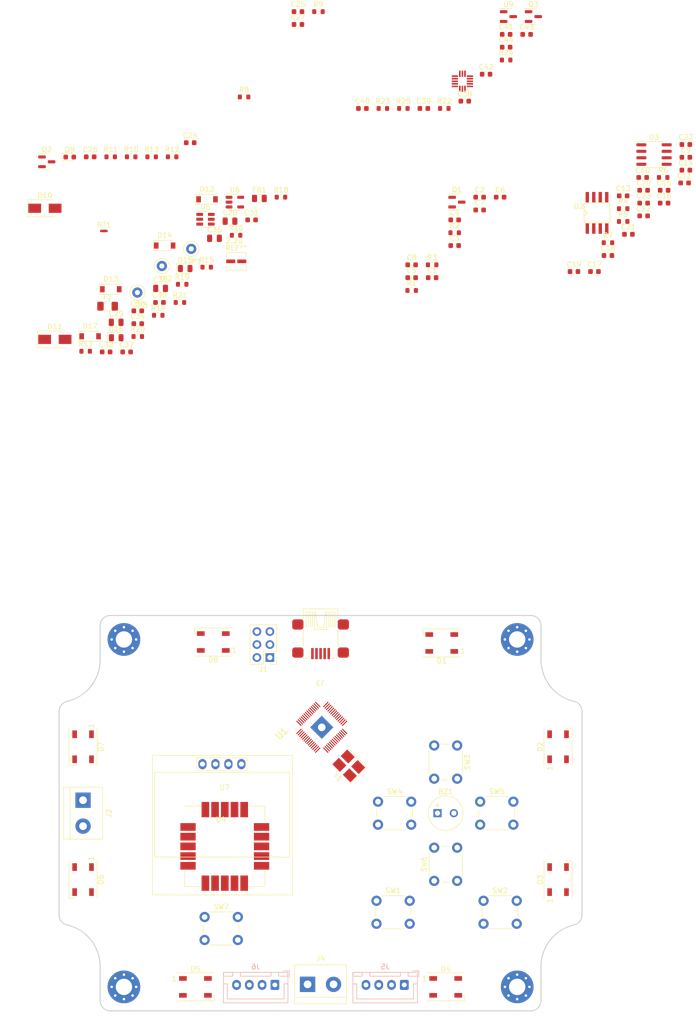
<source format=kicad_pcb>
(kicad_pcb (version 20211014) (generator pcbnew)
  (layers (0 "F.Cu" signal) (31 "B.Cu" signal) (34 "B.Paste" user) (35 "F.Paste" user) (36 "B.SilkS" user "B.Silkscreen") (37 "F.SilkS" user "F.Silkscreen") (38 "B.Mask" user) (39 "F.Mask" user) (44 "Edge.Cuts" user))
  (net 0 "")
  (net 1 "+5V")
  (net 2 "Net-(BZ1-Pad2)")
  (net 3 "GND")
  (net 4 "+3V3")
  (net 5 "/RP2040/RUN")
  (net 6 "+1V1")
  (net 7 "/RP2040/XIN")
  (net 8 "/RP2040/C_XOUT")
  (net 9 "/Interfaccia utente/BUTTON_U")
  (net 10 "/Interfaccia utente/BUTTON_L")
  (net 11 "/Interfaccia utente/BUTTON_R")
  (net 12 "/Interfaccia utente/BUTTON_D")
  (net 13 "+12V")
  (net 14 "/Alimentazione/BUCK_SW")
  (net 15 "/Alimentazione/BUCK_VBST")
  (net 16 "+3.3VA")
  (net 17 "GNDA")
  (net 18 "Net-(C39-Pad1)")
  (net 19 "Net-(C40-Pad1)")
  (net 20 "/RP2040/TEMP_SENS")
  (net 21 "Net-(D1-Pad2)")
  (net 22 "Net-(D1-Pad4)")
  (net 23 "Net-(D2-Pad2)")
  (net 24 "Net-(D3-Pad2)")
  (net 25 "Net-(D4-Pad2)")
  (net 26 "Net-(D5-Pad2)")
  (net 27 "Net-(D6-Pad2)")
  (net 28 "Net-(D7-Pad2)")
  (net 30 "Net-(D9-Pad2)")
  (net 31 "/Alimentazione/VIN_ POST_PPTC")
  (net 32 "/Alimentazione/BUCK_EN")
  (net 33 "/Alimentazione/5V_EN")
  (net 34 "Net-(D13-Pad2)")
  (net 35 "/Alimentazione/FILTERED_VBUS")
  (net 36 "Net-(D15-Pad1)")
  (net 37 "Net-(D16-Pad1)")
  (net 38 "/Alimentazione/VOUT_5V")
  (net 39 "/Alimentazione/VIN")
  (net 40 "/Alimentazione/VBUS")
  (net 41 "/RP2040/I2C1_SDA")
  (net 42 "/RP2040/SWDIO")
  (net 43 "/RP2040/I2C1_SCL")
  (net 44 "/RP2040/SWCLK")
  (net 45 "Net-(J3-Pad2)")
  (net 46 "Net-(J3-Pad3)")
  (net 48 "+3.3V")
  (net 49 "/I2C0_SCL")
  (net 50 "/I2C0_SDA")
  (net 51 "/UART0_RX")
  (net 52 "/UART0_TX")
  (net 53 "Net-(Q1-Pad1)")
  (net 54 "/Interfaccia utente/BUZZER")
  (net 55 "/RP2040/SAM_EN")
  (net 56 "/Led_RGB_WS2812B/DIN")
  (net 57 "/RP2040/~{FLASH_CS}")
  (net 58 "/RP2040/~{USB_BOOT}")
  (net 59 "/RP2040/XOUT")
  (net 60 "/Interfaccia utente/LED_ALIVE")
  (net 61 "/Alimentazione/USB_DP")
  (net 62 "/Alimentazione/USB_DM")
  (net 63 "/Alimentazione/BUCK_VFB")
  (net 64 "Net-(R25-Pad1)")
  (net 65 "/UART_TX")
  (net 66 "/UART_RX")
  (net 68 "/RP2040/INT1_ACC")
  (net 69 "/RP2040/INT2_ACC")
  (net 78 "/RP2040/FLASH_D3")
  (net 79 "/RP2040/FLASH_CLK")
  (net 80 "/RP2040/FLASH_D0")
  (net 81 "/RP2040/FLASH_D2")
  (net 82 "/RP2040/FLASH_D1")
  (net 83 "/RP2040/~{FLASH_D2}")
  (footprint "LED_SMD:LED_WS2812B_PLCC4_5.0x5.0mm_P3.2mm" (layer "F.Cu") (at 202 110 90)
    (fp_text reference "D3" (at 0 -3.5 90) (layer "F.SilkS"))
    (fp_text value "WS2812B")
    (fp_text user "1" (at -4.15 -1.6 90) (layer "F.SilkS"))
    (pad "1" smd rect (at -2.45 -1.65 90) (size 1.5 0.9) (layers "F.Cu" "F.Paste" "F.Mask") (net 1 "+5V"))
    (pad "2" smd rect (at -2.45 1.65 90) (size 1.5 0.9) (layers "F.Cu" "F.Paste" "F.Mask") (net 24 "Net-(D3-Pad2)"))
    (pad "3" smd rect (at 2.45 1.65 90) (size 1.5 0.9) (layers "F.Cu" "F.Paste" "F.Mask") (net 3 "GND"))
    (pad "4" smd rect (at 2.45 -1.65 90) (size 1.5 0.9) (layers "F.Cu" "F.Paste" "F.Mask") (net 23 "Net-(D2-Pad2)"))
  )
  (footprint "_MIA footprint:SOIC8-150mils" (layer "F.Cu") (at 209.6312 -20.4856)
    (fp_text reference "U2" (at -3.556 -1.27 180) (layer "F.SilkS"))
    (fp_text value "W25Q16JVUSSQ")
    (pad "1" smd rect locked (at -1.905 3.0734) (size 0.6604 2.032) (layers "F.Cu" "F.Paste" "F.Mask") (net 57 "/RP2040/~{FLASH_CS}"))
    (pad "2" smd rect locked (at -0.635 3.0734) (size 0.6604 2.032) (layers "F.Cu" "F.Paste" "F.Mask") (net 82 "/RP2040/FLASH_D1"))
    (pad "3" smd rect locked (at 0.635 3.0734) (size 0.6604 2.032) (layers "F.Cu" "F.Paste" "F.Mask") (net 83 "/RP2040/~{FLASH_D2}"))
    (pad "4" smd rect locked (at 1.905 3.0734) (size 0.6604 2.032) (layers "F.Cu" "F.Paste" "F.Mask") (net 3 "GND"))
    (pad "5" smd rect locked (at 1.905 -3.0734) (size 0.6604 2.032) (layers "F.Cu" "F.Paste" "F.Mask") (net 80 "/RP2040/FLASH_D0"))
    (pad "6" smd rect locked (at 0.635 -3.0734) (size 0.6604 2.032) (layers "F.Cu" "F.Paste" "F.Mask") (net 79 "/RP2040/FLASH_CLK"))
    (pad "7" smd rect locked (at -0.635 -3.0734) (size 0.6604 2.032) (layers "F.Cu" "F.Paste" "F.Mask") (net 78 "/RP2040/FLASH_D3"))
    (pad "8" smd rect locked (at -1.905 -3.0734) (size 0.6604 2.032) (layers "F.Cu" "F.Paste" "F.Mask") (net 4 "+3V3"))
  )
  (footprint "Capacitor_SMD:C_0603_1608Metric" (layer "F.Cu") (at 119.71 1.2)
    (fp_text reference "C34" (at 0 -1.43) (layer "F.SilkS"))
    (fp_text value "2.2u")
    (pad "1" smd roundrect (at -0.775 0) (size 0.9 0.95) (layers "F.Cu" "F.Paste" "F.Mask") (net 16 "+3.3VA"))
    (pad "2" smd roundrect (at 0.775 0) (size 0.9 0.95) (layers "F.Cu" "F.Paste" "F.Mask") (net 17 "GNDA"))
  )
  (footprint "Capacitor_SMD:C_0603_1608Metric" (layer "F.Cu") (at 214.75 -23.82)
    (fp_text reference "C13" (at 0 -1.43) (layer "F.SilkS"))
    (fp_text value "100n")
    (pad "1" smd roundrect (at -0.775 0) (size 0.9 0.95) (layers "F.Cu" "F.Paste" "F.Mask") (net 4 "+3V3"))
    (pad "2" smd roundrect (at 0.775 0) (size 0.9 0.95) (layers "F.Cu" "F.Paste" "F.Mask") (net 3 "GND"))
  )
  (footprint "Package_TO_SOT_SMD:SOT-23-5" (layer "F.Cu") (at 138.72 -22.59)
    (fp_text reference "U6" (at 0 -2.4) (layer "F.SilkS"))
    (fp_text value "XC6705A331MR-G")
    (pad "1" smd roundrect (at -1.1375 -0.95) (size 1.325 0.6) (layers "F.Cu" "F.Paste" "F.Mask") (net 1 "+5V"))
    (pad "2" smd roundrect (at -1.1375 0) (size 1.325 0.6) (layers "F.Cu" "F.Paste" "F.Mask") (net 3 "GND"))
    (pad "3" smd roundrect (at -1.1375 0.95) (size 1.325 0.6) (layers "F.Cu" "F.Paste" "F.Mask"))
    (pad "4" smd roundrect (at 1.1375 0.95) (size 1.325 0.6) (layers "F.Cu" "F.Paste" "F.Mask") (net 1 "+5V"))
    (pad "5" smd roundrect (at 1.1375 -0.95) (size 1.325 0.6) (layers "F.Cu" "F.Paste" "F.Mask") (net 4 "+3V3"))
  )
  (footprint "Capacitor_SMD:C_0805_2012Metric" (layer "F.Cu") (at 134.73 -15.51)
    (fp_text reference "C36" (at 0 -1.68) (layer "F.SilkS"))
    (fp_text value "22u")
    (pad "1" smd roundrect (at -0.95 0) (size 1 1.45) (layers "F.Cu" "F.Paste" "F.Mask") (net 1 "+5V"))
    (pad "2" smd roundrect (at 0.95 0) (size 1 1.45) (layers "F.Cu" "F.Paste" "F.Mask") (net 3 "GND"))
  )
  (footprint "Capacitor_SMD:C_0603_1608Metric" (layer "F.Cu") (at 191.84 -52.91)
    (fp_text reference "C44" (at 0 -1.43) (layer "F.SilkS"))
    (fp_text value "1u 6V3")
    (pad "1" smd roundrect (at -0.775 0) (size 0.9 0.95) (layers "F.Cu" "F.Paste" "F.Mask") (net 20 "/RP2040/TEMP_SENS"))
    (pad "2" smd roundrect (at 0.775 0) (size 0.9 0.95) (layers "F.Cu" "F.Paste" "F.Mask") (net 17 "GNDA"))
  )
  (footprint "Capacitor_SMD:C_0603_1608Metric" (layer "F.Cu") (at 110.4 -31.45)
    (fp_text reference "C26" (at 0 -1.43) (layer "F.SilkS"))
    (fp_text value "100n")
    (pad "1" smd roundrect (at -0.775 0) (size 0.9 0.95) (layers "F.Cu" "F.Paste" "F.Mask") (net 11 "/Interfaccia utente/BUTTON_R"))
    (pad "2" smd roundrect (at 0.775 0) (size 0.9 0.95) (layers "F.Cu" "F.Paste" "F.Mask") (net 3 "GND"))
  )
  (footprint "Capacitor_SMD:C_0603_1608Metric" (layer "F.Cu") (at 211.77 -12.14)
    (fp_text reference "C18" (at 0 -1.43) (layer "F.SilkS"))
    (fp_text value "100n")
    (pad "1" smd roundrect (at -0.775 0) (size 0.9 0.95) (layers "F.Cu" "F.Paste" "F.Mask") (net 4 "+3V3"))
    (pad "2" smd roundrect (at 0.775 0) (size 0.9 0.95) (layers "F.Cu" "F.Paste" "F.Mask") (net 3 "GND"))
  )
  (footprint "Package_TO_SOT_SMD:SOT-23" (layer "F.Cu") (at 192.28 -58.9)
    (fp_text reference "U9" (at 0 -2.4) (layer "F.SilkS"))
    (fp_text value "TC1047A")
    (pad "1" smd roundrect (at -0.9375 -0.95) (size 1.475 0.6) (layers "F.Cu" "F.Paste" "F.Mask") (net 4 "+3V3"))
    (pad "2" smd roundrect (at -0.9375 0.95) (size 1.475 0.6) (layers "F.Cu" "F.Paste" "F.Mask") (net 64 "Net-(R25-Pad1)"))
    (pad "3" smd roundrect (at 0.9375 0) (size 1.475 0.6) (layers "F.Cu" "F.Paste" "F.Mask") (net 17 "GNDA"))
  )
  (footprint "Button_Switch_THT:SW_PUSH_6mm_H5mm" (layer "F.Cu") (at 186.75 94.75)
    (fp_text reference "SW5" (at 3.25 -2) (layer "F.SilkS"))
    (fp_text value "SW_R")
    (pad "1" thru_hole circle (at 6.5 0 90) (size 2 2) (drill 1.1) (layers *.Cu *.Mask) (net 3 "GND"))
    (pad "1" thru_hole circle (at 0 0 90) (size 2 2) (drill 1.1) (layers *.Cu *.Mask) (net 3 "GND"))
    (pad "2" thru_hole circle (at 6.5 4.5 90) (size 2 2) (drill 1.1) (layers *.Cu *.Mask) (net 11 "/Interfaccia utente/BUTTON_R"))
    (pad "2" thru_hole circle (at 0 4.5 90) (size 2 2) (drill 1.1) (layers *.Cu *.Mask) (net 11 "/Interfaccia utente/BUTTON_R"))
  )
  (footprint "TestPoint:TestPoint_Loop_D2.50mm_Drill1.0mm_LowProfile" (layer "F.Cu") (at 119.63 -4.89)
    (fp_text reference "TP3" (at 0.7 2.5) (layer "F.SilkS"))
    (fp_text value "3V3A")
    (pad "1" thru_hole circle (at 0 0) (size 2 2) (drill 1) (layers *.Cu *.Mask) (net 16 "+3.3VA"))
  )
  (footprint "_PSE:QFN40P700X700X90-57N-D" (layer "F.Cu") (at 155.735 80.2 45)
    (fp_text reference "U1" (at -6.4 -4.699999 45) (layer "F.SilkS") (effects (font (size 1.27 1.27) (thickness 0.254))))
    (fp_text value "RP2040" hide)
    (pad "1" smd roundrect (at -3.7125 -2.6 135) (size 0.2 1.375) (layers "F.Cu" "F.Paste" "F.Mask") (net 4 "+3V3"))
    (pad "2" smd roundrect (at -3.7125 -2.2 135) (size 0.2 1.375) (layers "F.Cu" "F.Paste" "F.Mask") (net 50 "/I2C0_SDA"))
    (pad "3" smd roundrect (at -3.7125 -1.8 135) (size 0.2 1.375) (layers "F.Cu" "F.Paste" "F.Mask") (net 49 "/I2C0_SCL"))
    (pad "4" smd roundrect (at -3.7125 -1.4 135) (size 0.2 1.375) (layers "F.Cu" "F.Paste" "F.Mask") (net 33 "/Alimentazione/5V_EN"))
    (pad "5" smd roundrect (at -3.7125 -1 135) (size 0.2 1.375) (layers "F.Cu" "F.Paste" "F.Mask") (net 60 "/Interfaccia utente/LED_ALIVE"))
    (pad "6" smd roundrect (at -3.7125 -0.6 135) (size 0.2 1.375) (layers "F.Cu" "F.Paste" "F.Mask") (net 65 "/UART_TX"))
    (pad "7" smd roundrect (at -3.7125 -0.2 135) (size 0.2 1.375) (layers "F.Cu" "F.Paste" "F.Mask") (net 66 "/UART_RX"))
    (pad "8" smd roundrect (at -3.7125 0.2 135) (size 0.2 1.375) (layers "F.Cu" "F.Paste" "F.Mask"))
    (pad "9" smd roundrect (at -3.7125 0.6 135) (size 0.2 1.375) (layers "F.Cu" "F.Paste" "F.Mask") (net 60 "/Interfaccia utente/LED_ALIVE"))
    (pad "10" smd roundrect (at -3.7125 1 135) (size 0.2 1.375) (layers "F.Cu" "F.Paste" "F.Mask") (net 4 "+3V3"))
    (pad "11" smd roundrect (at -3.7125 1.4 135) (size 0.2 1.375) (layers "F.Cu" "F.Paste" "F.Mask") (net 54 "/Interfaccia utente/BUZZER"))
    (pad "12" smd roundrect (at -3.7125 1.8 135) (size 0.2 1.375) (layers "F.Cu" "F.Paste" "F.Mask") (net 9 "/Interfaccia utente/BUTTON_U"))
    (pad "13" smd roundrect (at -3.7125 2.2 135) (size 0.2 1.375) (layers "F.Cu" "F.Paste" "F.Mask") (net 12 "/Interfaccia utente/BUTTON_D"))
    (pad "14" smd roundrect (at -3.7125 2.6 135) (size 0.2 1.375) (layers "F.Cu" "F.Paste" "F.Mask") (net 10 "/Interfaccia utente/BUTTON_L"))
    (pad "15" smd roundrect (at -2.6 3.7125 45) (size 0.2 1.375) (layers "F.Cu" "F.Paste" "F.Mask") (net 11 "/Interfaccia utente/BUTTON_R"))
    (pad "16" smd roundrect (at -2.2 3.7125 45) (size 0.2 1.375) (layers "F.Cu" "F.Paste" "F.Mask") (net 56 "/Led_RGB_WS2812B/DIN"))
    (pad "17" smd roundrect (at -1.8 3.7125 45) (size 0.2 1.375) (layers "F.Cu" "F.Paste" "F.Mask") (net 68 "/RP2040/INT1_ACC"))
    (pad "18" smd roundrect (at -1.4 3.7125 45) (size 0.2 1.375) (layers "F.Cu" "F.Paste" "F.Mask") (net 69 "/RP2040/INT2_ACC"))
    (pad "19" smd roundrect (at -1 3.7125 45) (size 0.2 1.375) (layers "F.Cu" "F.Paste" "F.Mask") (net 3 "GND"))
    (pad "20" smd roundrect (at -0.6 3.7125 45) (size 0.2 1.375) (layers "F.Cu" "F.Paste" "F.Mask") (net 7 "/RP2040/XIN"))
    (pad "21" smd roundrect (at -0.2 3.7125 45) (size 0.2 1.375) (layers "F.Cu" "F.Paste" "F.Mask") (net 59 "/RP2040/XOUT"))
    (pad "22" smd roundrect (at 0.2 3.7125 45) (size 0.2 1.375) (layers "F.Cu" "F.Paste" "F.Mask") (net 4 "+3V3"))
    (pad "23" smd roundrect (at 0.6 3.7125 45) (size 0.2 1.375) (layers "F.Cu" "F.Paste" "F.Mask") (net 6 "+1V1"))
    (pad "24" smd roundrect (at 1 3.7125 45) (size 0.2 1.375) (layers "F.Cu" "F.Paste" "F.Mask") (net 44 "/RP2040/SWCLK"))
    (pad "25" smd roundrect (at 1.4 3.7125 45) (size 0.2 1.375) (layers "F.Cu" "F.Paste" "F.Mask") (net 42 "/RP2040/SWDIO"))
    (pad "26" smd roundrect (at 1.8 3.7125 45) (size 0.2 1.375) (layers "F.Cu" "F.Paste" "F.Mask") (net 5 "/RP2040/RUN"))
    (pad "27" smd roundrect (at 2.2 3.7125 45) (size 0.2 1.375) (layers "F.Cu" "F.Paste" "F.Mask") (net 52 "/UART0_TX"))
    (pad "28" smd roundrect (at 2.6 3.7125 45) (size 0.2 1.375) (layers "F.Cu" "F.Paste" "F.Mask") (net 51 "/UART0_RX"))
    (pad "29" smd roundrect (at 3.7125 2.6 135) (size 0.2 1.375) (layers "F.Cu" "F.Paste" "F.Mask") (net 41 "/RP2040/I2C1_SDA"))
    (pad "30" smd roundrect (at 3.7125 2.2 135) (size 0.2 1.375) (layers "F.Cu" "F.Paste" "F.Mask") (net 43 "/RP2040/I2C1_SCL"))
    (pad "31" smd roundrect (at 3.7125 1.8 135) (size 0.2 1.375) (layers "F.Cu" "F.Paste" "F.Mask") (net 55 "/RP2040/SAM_EN"))
    (pad "32" smd roundrect (at 3.7125 1.4 135) (size 0.2 1.375) (layers "F.Cu" "F.Paste" "F.Mask"))
    (pad "33" smd roundrect (at 3.7125 1 135) (size 0.2 1.375) (layers "F.Cu" "F.Paste" "F.Mask") (net 4 "+3V3"))
    (pad "34" smd roundrect (at 3.7125 0.6 135) (size 0.2 1.375) (layers "F.Cu" "F.Paste" "F.Mask"))
    (pad "35" smd roundrect (at 3.7125 0.2 135) (size 0.2 1.375) (layers "F.Cu" "F.Paste" "F.Mask"))
    (pad "36" smd roundrect (at 3.7125 -0.2 135) (size 0.2 1.375) (layers "F.Cu" "F.Paste" "F.Mask"))
    (pad "37" smd roundrect (at 3.7125 -0.6 135) (size 0.2 1.375) (layers "F.Cu" "F.Paste" "F.Mask"))
    (pad "38" smd roundrect (at 3.7125 -1 135) (size 0.2 1.375) (layers "F.Cu" "F.Paste" "F.Mask"))
    (pad "39" smd roundrect (at 3.7125 -1.4 135) (size 0.2 1.375) (layers "F.Cu" "F.Paste" "F.Mask"))
    (pad "40" smd roundrect (at 3.7125 -1.8 135) (size 0.2 1.375) (layers "F.Cu" "F.Paste" "F.Mask"))
    (pad "41" smd roundrect (at 3.7125 -2.2 135) (size 0.2 1.375) (layers "F.Cu" "F.Paste" "F.Mask") (net 20 "/RP2040/TEMP_SENS"))
    (pad "42" smd roundrect (at 3.7125 -2.6 135) (size 0.2 1.375) (layers "F.Cu" "F.Paste" "F.Mask") (net 4 "+3V3"))
    (pad "43" smd roundrect (at 2.6 -3.7125 45) (size 0.2 1.375) (layers "F.Cu" "F.Paste" "F.Mask") (net 16 "+3.3VA"))
    (pad "44" smd roundrect (at 2.2 -3.7125 45) (size 0.2 1.375) (layers "F.Cu" "F.Paste" "F.Mask") (net 4 "+3V3"))
    (pad "45" smd roundrect (at 1.8 -3.7125 45) (size 0.2 1.375) (layers "F.Cu" "F.Paste" "F.Mask") (net 6 "+1V1"))
    (pad "46" smd roundrect (at 1.4 -3.7125 45) (size 0.2 1.375) (layers "F.Cu" "F.Paste" "F.Mask") (net 61 "/Alimentazione/USB_DP"))
    (pad "47" smd roundrect (at 1 -3.7125 45) (size 0.2 1.375) (layers "F.Cu" "F.Paste" "F.Mask") (net 62 "/Alimentazione/USB_DM"))
    (pad "48" smd roundrect (at 0.6 -3.7125 45) (size 0.2 1.375) (layers "F.Cu" "F.Paste" "F.Mask") (net 4 "+3V3"))
    (pad "49" smd roundrect (at 0.2 -3.7125 45) (size 0.2 1.375) (layers "F.Cu" "F.Paste" "F.Mask") (net 4 "+3V3"))
    (pad "50" smd roundrect (at -0.2 -3.7125 45) (size 0.2 1.375) (layers "F.Cu" "F.Paste" "F.Mask") (net 6 "+1V1"))
    (pad "51" smd roundrect (at -0.6 -3.7125 45) (size 0.2 1.375) (layers "F.Cu" "F.Paste" "F.Mask") (net 78 "/RP2040/FLASH_D3"))
    (pad "52" smd roundrect (at -1 -3.7125 45) (size 0.2 1.375) (layers "F.Cu" "F.Paste" "F.Mask") (net 79 "/RP2040/FLASH_CLK"))
    (pad "53" smd roundrect (at -1.4 -3.7125 45) (size 0.2 1.375) (layers "F.Cu" "F.Paste" "F.Mask") (net 80 "/RP2040/FLASH_D0"))
    (pad "54" smd roundrect (at -1.8 -3.7125 45) (size 0.2 1.375) (layers "F.Cu" "F.Paste" "F.Mask") (net 81 "/RP2040/FLASH_D2"))
    (pad "55" smd roundrect (at -2.2 -3.7125 45) (size 0.2 1.375) (layers "F.Cu" "F.Paste" "F.Mask") (net 82 "/RP2040/FLASH_D1"))
    (pad "56" smd roundrect (at -2.6 -3.7125 45) (size 0.2 1.375) (layers "F.Cu" "F.Paste" "F.Mask") (net 57 "/RP2040/~{FLASH_CS}"))
    (pad "57" thru_hole rect (at 0 0 45) (size 3.2 3.2) (drill 1.5) (layers *.Cu *.Mask) (net 3 "GND"))
  )
  (footprint "Capacitor_SMD:C_0603_1608Metric" (layer "F.Cu") (at 218.76 -22.4)
    (fp_text reference "C23" (at 0 -1.43) (layer "F.SilkS"))
    (fp_text value "18p")
    (pad "1" smd roundrect (at -0.775 0) (size 0.9 0.95) (layers "F.Cu" "F.Paste" "F.Mask") (net 8 "/RP2040/C_XOUT"))
    (pad "2" smd roundrect (at 0.775 0) (size 0.9 0.95) (layers "F.Cu" "F.Paste" "F.Mask") (net 3 "GND"))
  )
  (footprint "Resistor_SMD:R_0603_1608Metric" (layer "F.Cu") (at 214.75 -18.8)
    (fp_text reference "R5" (at 0 -1.43) (layer "F.SilkS"))
    (fp_text value "10k")
    (pad "1" smd roundrect (at -0.825 0) (size 0.8 0.95) (layers "F.Cu" "F.Paste" "F.Mask") (net 4 "+3V3"))
    (pad "2" smd roundrect (at 0.825 0) (size 0.8 0.95) (layers "F.Cu" "F.Paste" "F.Mask") (net 57 "/RP2040/~{FLASH_CS}"))
  )
  (footprint "Crystal:Crystal_SMD_3225-4Pin_3.2x2.5mm_HandSoldering" (layer "F.Cu") (at 161.027132 87.753478 135)
    (fp_text reference "Y1" (at 0 -3.05 135) (layer "F.SilkS"))
    (fp_text value "12MHz")
    (pad "1" smd rect (at -1.45 1.15 135) (size 2.1 1.8) (layers "F.Cu" "F.Paste" "F.Mask") (net 7 "/RP2040/XIN"))
    (pad "2" smd rect (at 1.45 1.15 135) (size 2.1 1.8) (layers "F.Cu" "F.Paste" "F.Mask") (net 3 "GND"))
    (pad "3" smd rect (at 1.45 -1.15 135) (size 2.1 1.8) (layers "F.Cu" "F.Paste" "F.Mask") (net 8 "/RP2040/C_XOUT"))
    (pad "4" smd rect (at -1.45 -1.15 135) (size 2.1 1.8) (layers "F.Cu" "F.Paste" "F.Mask") (net 3 "GND"))
  )
  (footprint "MountingHole:MountingHole_3.2mm_M3_Pad_Via" (layer "F.Cu") (at 194 131)
    (fp_text reference "H4" hide)
    (fp_text value "MountingHole")
    (pad "1" thru_hole circle locked (at 1.697056 -1.697056) (size 0.8 0.8) (drill 0.5) (layers *.Cu *.Mask))
    (pad "1" thru_hole circle locked (at -2.4 0) (size 0.8 0.8) (drill 0.5) (layers *.Cu *.Mask))
    (pad "1" thru_hole circle locked (at 0 0) (size 6.4 6.4) (drill 3.2) (layers *.Cu *.Mask))
    (pad "1" thru_hole circle locked (at -1.697056 1.697056) (size 0.8 0.8) (drill 0.5) (layers *.Cu *.Mask))
    (pad "1" thru_hole circle locked (at -1.697056 -1.697056) (size 0.8 0.8) (drill 0.5) (layers *.Cu *.Mask))
    (pad "1" thru_hole circle locked (at 0 -2.4) (size 0.8 0.8) (drill 0.5) (layers *.Cu *.Mask))
    (pad "1" thru_hole circle locked (at 1.697056 1.697056) (size 0.8 0.8) (drill 0.5) (layers *.Cu *.Mask))
    (pad "1" thru_hole circle locked (at 0 2.4) (size 0.8 0.8) (drill 0.5) (layers *.Cu *.Mask))
    (pad "1" thru_hole circle locked (at 2.4 0) (size 0.8 0.8) (drill 0.5) (layers *.Cu *.Mask))
  )
  (footprint "Capacitor_SMD:C_0603_1608Metric" (layer "F.Cu") (at 187.91 -47.62)
    (fp_text reference "C42" (at 0 -1.43) (layer "F.SilkS"))
    (fp_text value "4.7u")
    (pad "1" smd roundrect (at -0.775 0) (size 0.9 0.95) (layers "F.Cu" "F.Paste" "F.Mask") (net 4 "+3V3"))
    (pad "2" smd roundrect (at 0.775 0) (size 0.9 0.95) (layers "F.Cu" "F.Paste" "F.Mask") (net 3 "GND"))
  )
  (footprint "Capacitor_SMD:C_0603_1608Metric" (layer "F.Cu") (at 205.12 -9)
    (fp_text reference "C19" (at 0 -1.43) (layer "F.SilkS"))
    (fp_text value "2.2u")
    (pad "1" smd roundrect (at -0.775 0) (size 0.9 0.95) (layers "F.Cu" "F.Paste" "F.Mask") (net 4 "+3V3"))
    (pad "2" smd roundrect (at 0.775 0) (size 0.9 0.95) (layers "F.Cu" "F.Paste" "F.Mask") (net 3 "GND"))
  )
  (footprint "LED_SMD:LED_0805_2012Metric" (layer "F.Cu") (at 129 -9.595)
    (fp_text reference "D15" (at 0 -1.65) (layer "F.SilkS"))
    (fp_text value "3V3_LED")
    (pad "1" smd roundrect (at -0.9375 0) (size 0.975 1.4) (layers "F.Cu" "F.Paste" "F.Mask") (net 36 "Net-(D15-Pad1)"))
    (pad "2" smd roundrect (at 0.9375 0) (size 0.975 1.4) (layers "F.Cu" "F.Paste" "F.Mask") (net 4 "+3V3"))
  )
  (footprint "Fuse:Fuse_1206_3216Metric" (layer "F.Cu") (at 113.81 -2.22)
    (fp_text reference "F1" (at 0 -1.82) (layer "F.SilkS"))
    (fp_text value "2016L05MR")
    (pad "1" smd roundrect (at -1.4 0) (size 1.25 1.75) (layers "F.Cu" "F.Paste" "F.Mask") (roundrect_rratio 0.2) (net 39 "/Alimentazione/VIN"))
    (pad "2" smd roundrect (at 1.4 0) (size 1.25 1.75) (layers "F.Cu" "F.Paste" "F.Mask") (roundrect_rratio 0.2) (net 31 "/Alimentazione/VIN_ POST_PPTC"))
  )
  (footprint "_PSE:128x64OLED" (layer "F.Cu") (at 136 98)
    (fp_text reference "U4" (at 0 0.254) (layer "F.SilkS"))
    (fp_text value "oled_0.96\"_128x64px")
    (pad "1" thru_hole oval locked (at -3.62 -10.6 90) (size 2 1.6) (drill 1) (layers *.Cu *.Mask) (net 3 "GND"))
    (pad "2" thru_hole oval locked (at -1.08 -10.6 90) (size 2 1.6) (drill 1) (layers *.Cu *.Mask) (net 4 "+3V3"))
    (pad "3" thru_hole oval locked (at 1.46 -10.6 90) (size 2 1.6) (drill 1) (layers *.Cu *.Mask) (net 49 "/I2C0_SCL"))
    (pad "4" thru_hole oval locked (at 4 -10.6 90) (size 2 1.6) (drill 1) (layers *.Cu *.Mask) (net 50 "/I2C0_SDA"))
  )
  (footprint "TestPoint:TestPoint_Loop_D2.50mm_Drill1.0mm_LowProfile" (layer "F.Cu") (at 130.18 -13.44)
    (fp_text reference "TP1" (at 0.7 2.5) (layer "F.SilkS"))
    (fp_text value "VBUS")
    (pad "1" thru_hole circle (at 0 0) (size 2 2) (drill 1) (layers *.Cu *.Mask) (net 40 "/Alimentazione/VBUS"))
  )
  (footprint "Resistor_SMD:R_0603_1608Metric" (layer "F.Cu") (at 118.42 -31.45)
    (fp_text reference "R10" (at 0 -1.43) (layer "F.SilkS"))
    (fp_text value "470k")
    (pad "1" smd roundrect (at -0.825 0) (size 0.8 0.95) (layers "F.Cu" "F.Paste" "F.Mask") (net 4 "+3V3"))
    (pad "2" smd roundrect (at 0.825 0) (size 0.8 0.95) (layers "F.Cu" "F.Paste" "F.Mask") (net 11 "/Interfaccia utente/BUTTON_R"))
  )
  (footprint "Package_TO_SOT_SMD:SOT-23" (layer "F.Cu") (at 182.2 -22.59)
    (fp_text reference "Q1" (at 0 -2.4) (layer "F.SilkS"))
    (fp_text value "IRLML0060TRPBF")
    (pad "1" smd roundrect (at -0.9375 -0.95) (size 1.475 0.6) (layers "F.Cu" "F.Paste" "F.Mask") (net 53 "Net-(Q1-Pad1)"))
    (pad "2" smd roundrect (at -0.9375 0.95) (size 1.475 0.6) (layers "F.Cu" "F.Paste" "F.Mask") (net 3 "GND"))
    (pad "3" smd roundrect (at 0.9375 0) (size 1.475 0.6) (layers "F.Cu" "F.Paste" "F.Mask") (net 22 "Net-(D1-Pad4)"))
  )
  (footprint "LED_SMD:LED_0805_2012Metric" (layer "F.Cu") (at 115.5 3.955)
    (fp_text reference "D16" (at 0 -1.65) (layer "F.SilkS"))
    (fp_text value "5V_LED")
    (pad "1" smd roundrect (at -0.9375 0) (size 0.975 1.4) (layers "F.Cu" "F.Paste" "F.Mask") (net 37 "Net-(D16-Pad1)"))
    (pad "2" smd roundrect (at 0.9375 0) (size 0.975 1.4) (layers "F.Cu" "F.Paste" "F.Mask") (net 1 "+5V"))
  )
  (footprint "LED_SMD:LED_WS2812B_PLCC4_5.0x5.0mm_P3.2mm" (layer "F.Cu") (at 180 131)
    (fp_text reference "D4" (at 0 -3.5) (layer "F.SilkS"))
    (fp_text value "WS2812B")
    (fp_text user "1" (at -4.15 -1.6) (layer "F.SilkS"))
    (pad "1" smd rect (at -2.45 -1.65) (size 1.5 0.9) (layers "F.Cu" "F.Paste" "F.Mask") (net 1 "+5V"))
    (pad "2" smd rect (at -2.45 1.65) (size 1.5 0.9) (layers "F.Cu" "F.Paste" "F.Mask") (net 25 "Net-(D4-Pad2)"))
    (pad "3" smd rect (at 2.45 1.65) (size 1.5 0.9) (layers "F.Cu" "F.Paste" "F.Mask") (net 3 "GND"))
    (pad "4" smd rect (at 2.45 -1.65) (size 1.5 0.9) (layers "F.Cu" "F.Paste" "F.Mask") (net 24 "Net-(D3-Pad2)"))
  )
  (footprint "Resistor_SMD:R_0603_1608Metric" (layer "F.Cu") (at 177.35 -10.32)
    (fp_text reference "R3" (at 0 -1.43) (layer "F.SilkS"))
    (fp_text value "10k")
    (pad "1" smd roundrect (at -0.825 0) (size 0.8 0.95) (layers "F.Cu" "F.Paste" "F.Mask") (net 22 "Net-(D1-Pad4)"))
    (pad "2" smd roundrect (at 0.825 0) (size 0.8 0.95) (layers "F.Cu" "F.Paste" "F.Mask") (net 1 "+5V"))
  )
  (footprint "Button_Switch_THT:SW_PUSH_6mm_H5mm" (layer "F.Cu") (at 182.25 83.75 -90)
    (fp_text reference "SW3" (at 3.25 -2 90) (layer "F.SilkS"))
    (fp_text value "SW_U")
    (pad "1" thru_hole circle (at 0 0) (size 2 2) (drill 1.1) (layers *.Cu *.Mask) (net 3 "GND"))
    (pad "1" thru_hole circle (at 6.5 0) (size 2 2) (drill 1.1) (layers *.Cu *.Mask) (net 3 "GND"))
    (pad "2" thru_hole circle (at 0 4.5) (size 2 2) (drill 1.1) (layers *.Cu *.Mask) (net 9 "/Interfaccia utente/BUTTON_U"))
    (pad "2" thru_hole circle (at 6.5 4.5) (size 2 2) (drill 1.1) (layers *.Cu *.Mask) (net 9 "/Interfaccia utente/BUTTON_U"))
  )
  (footprint "Resistor_SMD:R_0603_1608Metric" (layer "F.Cu") (at 123.72 -0.44)
    (fp_text reference "R14" (at 0 -1.43) (layer "F.SilkS"))
    (fp_text value "27")
    (pad "1" smd roundrect (at -0.825 0) (size 0.8 0.95) (layers "F.Cu" "F.Paste" "F.Mask") (net 46 "Net-(J3-Pad3)"))
    (pad "2" smd roundrect (at 0.825 0) (size 0.8 0.95) (layers "F.Cu" "F.Paste" "F.Mask") (net 61 "/Alimentazione/USB_DP"))
  )
  (footprint "Capacitor_SMD:C_0805_2012Metric" (layer "F.Cu") (at 115.48 0.93)
    (fp_text reference "C29" (at 0 -1.68) (layer "F.SilkS"))
    (fp_text value "10u")
    (pad "1" smd roundrect (at -0.95 0) (size 1 1.45) (layers "F.Cu" "F.Paste" "F.Mask") (net 13 "+12V"))
    (pad "2" smd roundrect (at 0.95 0) (size 1 1.45) (layers "F.Cu" "F.Paste" "F.Mask") (net 3 "GND"))
  )
  (footprint "Capacitor_SMD:C_0603_1608Metric" (layer "F.Cu") (at 183.74 -42.35)
    (fp_text reference "C38" (at 0 -1.43) (layer "F.SilkS"))
    (fp_text value "100n")
    (pad "1" smd roundrect (at -0.775 0) (size 0.9 0.95) (layers "F.Cu" "F.Paste" "F.Mask") (net 4 "+3V3"))
    (pad "2" smd roundrect (at 0.775 0) (size 0.9 0.95) (layers "F.Cu" "F.Paste" "F.Mask") (net 3 "GND"))
  )
  (footprint "Capacitor_SMD:C_0603_1608Metric" (layer "F.Cu") (at 191.84 -55.42)
    (fp_text reference "C41" (at 0 -1.43) (layer "F.SilkS"))
    (fp_text value "100n")
    (pad "1" smd roundrect (at -0.775 0) (size 0.9 0.95) (layers "F.Cu" "F.Paste" "F.Mask") (net 18 "Net-(C39-Pad1)"))
    (pad "2" smd roundrect (at 0.775 0) (size 0.9 0.95) (layers "F.Cu" "F.Paste" "F.Mask") (net 3 "GND"))
  )
  (footprint "Capacitor_SMD:C_0603_1608Metric" (layer "F.Cu") (at 173.34 -10.32)
    (fp_text reference "C8" (at 0 -1.43) (layer "F.SilkS"))
    (fp_text value "100n")
    (pad "1" smd roundrect (at -0.775 0) (size 0.9 0.95) (layers "F.Cu" "F.Paste" "F.Mask") (net 1 "+5V"))
    (pad "2" smd roundrect (at 0.775 0) (size 0.9 0.95) (layers "F.Cu" "F.Paste" "F.Mask") (net 3 "GND"))
  )
  (footprint "LED_SMD:LED_WS2812B_PLCC4_5.0x5.0mm_P3.2mm" (layer "F.Cu") (at 134.5 63.5 180)
    (fp_text reference "D8" (at 0 -3.5) (layer "F.SilkS"))
    (fp_text value "WS2812B")
    (fp_text user "1" (at -4.15 -1.6) (layer "F.SilkS"))
    (pad "1" smd rect (at -2.45 -1.65 180) (size 1.5 0.9) (layers "F.Cu" "F.Paste" "F.Mask") (net 1 "+5V"))
    (pad "2" smd rect (at -2.45 1.65 180) (size 1.5 0.9) (layers "F.Cu" "F.Paste" "F.Mask"))
    (pad "3" smd rect (at 2.45 1.65 180) (size 1.5 0.9) (layers "F.Cu" "F.Paste" "F.Mask") (net 3 "GND"))
    (pad "4" smd rect (at 2.45 -1.65 180) (size 1.5 0.9) (layers "F.Cu" "F.Paste" "F.Mask") (net 28 "Net-(D7-Pad2)"))
  )
  (footprint "Capacitor_SMD:C_0603_1608Metric" (layer "F.Cu") (at 227.02 -28.85)
    (fp_text reference "C14" (at 0 -1.43) (layer "F.SilkS"))
    (fp_text value "100n")
    (pad "1" smd roundrect (at -0.775 0) (size 0.9 0.95) (layers "F.Cu" "F.Paste" "F.Mask") (net 6 "+1V1"))
    (pad "2" smd roundrect (at 0.775 0) (size 0.9 0.95) (layers "F.Cu" "F.Paste" "F.Mask") (net 3 "GND"))
  )
  (footprint "Resistor_SMD:R_0603_1608Metric" (layer "F.Cu") (at 222.58 -27.42)
    (fp_text reference "R6" (at 0 -1.43) (layer "F.SilkS"))
    (fp_text value "1k")
    (pad "1" smd roundrect (at -0.825 0) (size 0.8 0.95) (layers "F.Cu" "F.Paste" "F.Mask") (net 58 "/RP2040/~{USB_BOOT}"))
    (pad "2" smd roundrect (at 0.825 0) (size 0.8 0.95) (layers "F.Cu" "F.Paste" "F.Mask") (net 57 "/RP2040/~{FLASH_CS}"))
  )
  (footprint "Capacitor_SMD:C_0603_1608Metric" (layer "F.Cu") (at 113.52 6.73)
    (fp_text reference "C32" (at 0 -1.43) (layer "F.SilkS"))
    (fp_text value "100n")
    (pad "1" smd roundrect (at -0.775 0) (size 0.9 0.95) (layers "F.Cu" "F.Paste" "F.Mask") (net 14 "/Alimentazione/BUCK_SW"))
    (pad "2" smd roundrect (at 0.775 0) (size 0.9 0.95) (layers "F.Cu" "F.Paste" "F.Mask") (net 15 "/Alimentazione/BUCK_VBST"))
  )
  (footprint "Resistor_SMD:R_0603_1608Metric" (layer "F.Cu") (at 173.34 -5.3)
    (fp_text reference "R1" (at 0 -1.43) (layer "F.SilkS"))
    (fp_text value "1k")
    (pad "1" smd roundrect (at -0.825 0) (size 0.8 0.95) (layers "F.Cu" "F.Paste" "F.Mask") (net 56 "/Led_RGB_WS2812B/DIN"))
    (pad "2" smd roundrect (at 0.825 0) (size 0.8 0.95) (layers "F.Cu" "F.Paste" "F.Mask") (net 53 "Net-(Q1-Pad1)"))
  )
  (footprint "Capacitor_SMD:C_0603_1608Metric" (layer "F.Cu") (at 222.77 -22.4)
    (fp_text reference "C16" (at 0 -1.43) (layer "F.SilkS"))
    (fp_text value "100n")
    (pad "1" smd roundrect (at -0.775 0) (size 0.9 0.95) (layers "F.Cu" "F.Paste" "F.Mask") (net 6 "+1V1"))
    (pad "2" smd roundrect (at 0.775 0) (size 0.9 0.95) (layers "F.Cu" "F.Paste" "F.Mask") (net 3 "GND"))
  )
  (footprint "Capacitor_SMD:C_0603_1608Metric" (layer "F.Cu") (at 163.69 -40.92)
    (fp_text reference "C40" (at 0 -1.43) (layer "F.SilkS"))
    (fp_text value "100n")
    (pad "1" smd roundrect (at -0.775 0) (size 0.9 0.95) (layers "F.Cu" "F.Paste" "F.Mask") (net 19 "Net-(C40-Pad1)"))
    (pad "2" smd roundrect (at 0.775 0) (size 0.9 0.95) (layers "F.Cu" "F.Paste" "F.Mask") (net 3 "GND"))
  )
  (footprint "Capacitor_SMD:C_0603_1608Metric" (layer "F.Cu") (at 119.71 -1.31)
    (fp_text reference "C33" (at 0 -1.43) (layer "F.SilkS"))
    (fp_text value "1u")
    (pad "1" smd roundrect (at -0.775 0) (size 0.9 0.95) (layers "F.Cu" "F.Paste" "F.Mask") (net 4 "+3V3"))
    (pad "2" smd roundrect (at 0.775 0) (size 0.9 0.95) (layers "F.Cu" "F.Paste" "F.Mask") (net 3 "GND"))
  )
  (footprint "Diode_SMD:D_SOD-123" (layer "F.Cu") (at 110.38 3.67)
    (fp_text reference "D17" (at 0 -2) (layer "F.SilkS"))
    (fp_text value "RBR1VWM30ATFTR")
    (pad "1" smd rect (at -1.65 0) (size 0.9 1.2) (layers "F.Cu" "F.Paste" "F.Mask") (net 38 "/Alimentazione/VOUT_5V"))
    (pad "2" smd rect (at 1.65 0) (size 0.9 1.2) (layers "F.Cu" "F.Paste" "F.Mask") (net 1 "+5V"))
  )
  (footprint "Resistor_SMD:R_0603_1608Metric" (layer "F.Cu") (at 126.44 -31.45)
    (fp_text reference "R12" (at 0 -1.43) (layer "F.SilkS"))
    (fp_text value "4k7")
    (pad "1" smd roundrect (at -0.825 0) (size 0.8 0.95) (layers "F.Cu" "F.Paste" "F.Mask") (net 1 "+5V"))
    (pad "2" smd roundrect (at 0.825 0) (size 0.8 0.95) (layers "F.Cu" "F.Paste" "F.Mask") (net 2 "Net-(BZ1-Pad2)"))
  )
  (footprint "LED_SMD:LED_WS2812B_PLCC4_5.0x5.0mm_P3.2mm" (layer "F.Cu") (at 179.23 63.69 180)
    (fp_text reference "D1" (at 0 -3.5) (layer "F.SilkS"))
    (fp_text value "WS2812B")
    (fp_text user "1" (at -4.15 -1.6) (layer "F.SilkS"))
    (pad "1" smd rect (at -2.45 -1.65 180) (size 1.5 0.9) (layers "F.Cu" "F.Paste" "F.Mask") (net 1 "+5V"))
    (pad "2" smd rect (at -2.45 1.65 180) (size 1.5 0.9) (layers "F.Cu" "F.Paste" "F.Mask") (net 21 "Net-(D1-Pad2)"))
    (pad "3" smd rect (at 2.45 1.65 180) (size 1.5 0.9) (layers "F.Cu" "F.Paste" "F.Mask") (net 3 "GND"))
    (pad "4" smd rect (at 2.45 -1.65 180) (size 1.5 0.9) (layers "F.Cu" "F.Paste" "F.Mask") (net 22 "Net-(D1-Pad4)"))
  )
  (footprint "Capacitor_SMD:C_0603_1608Metric" (layer "F.Cu") (at 190.66 -23.56)
    (fp_text reference "C6" (at 0 -1.43) (layer "F.SilkS"))
    (fp_text value "100n")
    (pad "1" smd roundrect (at -0.775 0) (size 0.9 0.95) (layers "F.Cu" "F.Paste" "F.Mask") (net 1 "+5V"))
    (pad "2" smd roundrect (at 0.775 0) (size 0.9 0.95) (layers "F.Cu" "F.Paste" "F.Mask") (net 3 "GND"))
  )
  (footprint "Capacitor_SMD:C_0805_2012Metric" (layer "F.Cu") (at 124.18 -5.71)
    (fp_text reference "C35" (at 0 -1.68) (layer "F.SilkS"))
    (fp_text value "22u")
    (pad "1" smd roundrect (at -0.95 0) (size 1 1.45) (layers "F.Cu" "F.Paste" "F.Mask") (net 1 "+5V"))
    (pad "2" smd roundrect (at 0.95 0) (size 1 1.45) (layers "F.Cu" "F.Paste" "F.Mask") (net 3 "GND"))
  )
  (footprint "LED_SMD:LED_WS2812B_PLCC4_5.0x5.0mm_P3.2mm" (layer "F.Cu") (at 109 84 -90)
    (fp_text reference "D7" (at 0 -3.5 90) (layer "F.SilkS"))
    (fp_text value "WS2812B")
    (fp_text user "1" (at -4.15 -1.6 90) (layer "F.SilkS"))
    (pad "1" smd rect (at -2.45 -1.65 270) (size 1.5 0.9) (layers "F.Cu" "F.Paste" "F.Mask") (net 1 "+5V"))
    (pad "2" smd rect (at -2.45 1.65 270) (size 1.5 0.9) (layers "F.Cu" "F.Paste" "F.Mask") (net 28 "Net-(D7-Pad2)"))
    (pad "3" smd rect (at 2.45 1.65 270) (size 1.5 0.9) (layers "F.Cu" "F.Paste" "F.Mask") (net 3 "GND"))
    (pad "4" smd rect (at 2.45 -1.65 270) (size 1.5 0.9) (layers "F.Cu" "F.Paste" "F.Mask") (net 27 "Net-(D6-Pad2)"))
  )
  (footprint "LED_SMD:LED_0603_1608Metric" (layer "F.Cu") (at 106.39 -31.41)
    (fp_text reference "D9" (at 0 -1.43) (layer "F.SilkS"))
    (fp_text value "LED_alive")
    (pad "1" smd roundrect (at -0.7875 0) (size 0.875 0.95) (layers "F.Cu" "F.Paste" "F.Mask") (net 3 "GND"))
    (pad "2" smd roundrect (at 0.7875 0) (size 0.875 0.95) (layers "F.Cu" "F.Paste" "F.Mask") (net 30 "Net-(D9-Pad2)"))
  )
  (footprint "Capacitor_SMD:C_0603_1608Metric" (layer "F.Cu") (at 218.57 -27.42)
    (fp_text reference "C10" (at 0 -1.43) (layer "F.SilkS"))
    (fp_text value "100n")
    (pad "1" smd roundrect (at -0.775 0) (size 0.9 0.95) (layers "F.Cu" "F.Paste" "F.Mask") (net 4 "+3V3"))
    (pad "2" smd roundrect (at 0.775 0) (size 0.9 0.95) (layers "F.Cu" "F.Paste" "F.Mask") (net 3 "GND"))
  )
  (footprint "Button_Switch_THT:SW_PUSH_6mm_H5mm" (layer "F.Cu") (at 177.75 110.25 90)
    (fp_text reference "SW6" (at 3.25 -2 90) (layer "F.SilkS"))
    (fp_text value "SW_D")
    (pad "1" thru_hole circle (at 0 0 180) (size 2 2) (drill 1.1) (layers *.Cu *.Mask) (net 12 "/Interfaccia utente/BUTTON_D"))
    (pad "1" thru_hole circle (at 6.5 0 180) (size 2 2) (drill 1.1) (layers *.Cu *.Mask) (net 12 "/Interfaccia utente/BUTTON_D"))
    (pad "2" thru_hole circle (at 6.5 4.5 180) (size 2 2) (drill 1.1) (layers *.Cu *.Mask) (net 3 "GND"))
    (pad "2" thru_hole circle (at 0 4.5 180) (size 2 2) (drill 1.1) (layers *.Cu *.Mask) (net 3 "GND"))
  )
  (footprint "Diode_SMD:D_SMA" (layer "F.Cu") (at 103.48 4.27)
    (fp_text reference "D11" (at 0 -2.5) (layer "F.SilkS"))
    (fp_text value "S1B")
    (pad "1" smd rect (at -2 0) (size 2.5 1.8) (layers "F.Cu" "F.Paste" "F.Mask") (net 13 "+12V"))
    (pad "2" smd rect (at 2 0) (size 2.5 1.8) (layers "F.Cu" "F.Paste" "F.Mask") (net 31 "/Alimentazione/VIN_ POST_PPTC"))
  )
  (footprint "Capacitor_SMD:C_0603_1608Metric" (layer "F.Cu") (at 218.76 -24.91)
    (fp_text reference "C20" (at 0 -1.43) (layer "F.SilkS"))
    (fp_text value "2.2u")
    (pad "1" smd roundrect (at -0.775 0) (size 0.9 0.95) (layers "F.Cu" "F.Paste" "F.Mask") (net 6 "+1V1"))
    (pad "2" smd roundrect (at 0.775 0) (size 0.9 0.95) (layers "F.Cu" "F.Paste" "F.Mask") (net 3 "GND"))
  )
  (footprint "Connector_PinHeader_2.54mm:PinHeader_2x03_P2.54mm_Vertical" (layer "F.Cu") (at 145.58 66.54 180)
    (fp_text reference "J1" (at 1.27 -2.33) (layer "F.SilkS"))
    (fp_text value "Debug")
    (pad "1" thru_hole rect (at 0 0 180) (size 1.7 1.7) (drill 1) (layers *.Cu *.Mask) (net 4 "+3V3"))
    (pad "2" thru_hole oval (at 2.54 0 180) (size 1.7 1.7) (drill 1) (layers *.Cu *.Mask) (net 3 "GND"))
    (pad "3" thru_hole oval (at 0 2.54 180) (size 1.7 1.7) (drill 1) (layers *.Cu *.Mask) (net 41 "/RP2040/I2C1_SDA"))
    (pad "4" thru_hole oval (at 2.54 2.54 180) (size 1.7 1.7) (drill 1) (layers *.Cu *.Mask) (net 42 "/RP2040/SWDIO"))
    (pad "5" thru_hole oval (at 0 5.08 180) (size 1.7 1.7) (drill 1) (layers *.Cu *.Mask) (net 43 "/RP2040/I2C1_SCL"))
    (pad "6" thru_hole oval (at 2.54 5.08 180) (size 1.7 1.7) (drill 1) (layers *.Cu *.Mask) (net 44 "/RP2040/SWCLK"))
  )
  (footprint "_PSE:SAM_M8Q" (layer "F.Cu") (at 137 103.5)
    (fp_text reference "U7" (at -0.3 -11.55 unlocked) (layer "F.SilkS"))
    (fp_text value "SAM-M8Q")
    (pad "1" smd rect (at -7.45 -3.8) (size 3 1.5) (layers "F.Cu" "F.Paste" "F.Mask") (net 3 "GND"))
    (pad "2" smd rect (at -7.45 -1.9) (size 3 1.5) (layers "F.Cu" "F.Paste" "F.Mask") (net 18 "Net-(C39-Pad1)"))
    (pad "3" smd rect (at -7.45 0) (size 3 1.5) (layers "F.Cu" "F.Paste" "F.Mask") (net 18 "Net-(C39-Pad1)"))
    (pad "4" smd rect (at -7.45 1.9) (size 3 1.5) (layers "F.Cu" "F.Paste" "F.Mask") (net 3 "GND"))
    (pad "5" smd rect (at -7.45 3.8) (size 3 1.5) (layers "F.Cu" "F.Paste" "F.Mask") (net 3 "GND"))
    (pad "6" smd rect (at -4.05 7.2) (size 1.5 3) (layers "F.Cu" "F.Paste" "F.Mask") (net 3 "GND"))
    (pad "7" smd rect (at -2.15 7.2) (size 1.5 3) (layers "F.Cu" "F.Paste" "F.Mask"))
    (pad "8" smd rect (at -0.25 7.2) (size 1.5 3) (layers "F.Cu" "F.Paste" "F.Mask"))
    (pad "9" smd rect (at 1.65 7.2) (size 1.5 3) (layers "F.Cu" "F.Paste" "F.Mask"))
    (pad "10" smd rect (at 3.55 7.2) (size 1.5 3) (layers "F.Cu" "F.Paste" "F.Mask") (net 3 "GND"))
    (pad "11" smd rect (at 6.95 3.8) (size 3 1.5) (layers "F.Cu" "F.Paste" "F.Mask") (net 3 "GND"))
    (pad "12" smd rect (at 6.95 1.9) (size 3 1.5) (layers "F.Cu" "F.Paste" "F.Mask"))
    (pad "13" smd rect (at 6.95 0) (size 3 1.5) (layers "F.Cu" "F.Paste" "F.Mask") (net 66 "/UART_RX"))
    (pad "14" smd rect (at 6.95 -1.9) (size 3 1.5) (layers "F.Cu" "F.Paste" "F.Mask") (net 65 "/UART_TX"))
    (pad "15" smd rect (at 6.95 -3.8) (size 3 1.5) (layers "F.Cu" "F.Paste" "F.Mask") (net 3 "GND"))
    (pad "16" smd rect (at 3.55 -7.2) (size 1.5 3) (layers "F.Cu" "F.Paste" "F.Mask") (net 3 "GND"))
    (pad "17" smd rect (at 1.65 -7.2) (size 1.5 3) (layers "F.Cu" "F.Paste" "F.Mask") (net 18 "Net-(C39-Pad1)"))
    (pad "18" smd rect (at -0.25 -7.2) (size 1.5 3) (layers "F.Cu" "F.Paste" "F.Mask"))
    (pad "19" smd rect (at -2.15 -7.2) (size 1.5 3) (layers "F.Cu" "F.Paste" "F.Mask"))
    (pad "20" smd rect (at -4.05 -7.2) (size 1.5 3) (layers "F.Cu" "F.Paste" "F.Mask") (net 3 "GND"))
  )
  (footprint "Package_SO:SOIC-8_3.9x4.9mm_P1.27mm" (layer "F.Cu") (at 220.79 -31.9)
    (fp_text reference "U3" (at 0 -3.4) (layer "F.SilkS"))
    (fp_text value "AT24C256")
    (pad "1" smd roundrect (at -2.475 -1.905) (size 1.95 0.6) (layers "F.Cu" "F.Paste" "F.Mask") (net 3 "GND"))
    (pad "2" smd roundrect (at -2.475 -0.635) (size 1.95 0.6) (layers "F.Cu" "F.Paste" "F.Mask") (net 3 "GND"))
    (pad "3" smd roundrect (at -2.475 0.635) (size 1.95 0.6) (layers "F.Cu" "F.Paste" "F.Mask"))
    (pad "4" smd roundrect (at -2.475 1.905) (size 1.95 0.6) (layers "F.Cu" "F.Paste" "F.Mask") (net 3 "GND"))
    (pad "5" smd roundrect (at 2.475 1.905) (size 1.95 0.6) (layers "F.Cu" "F.Paste" "F.Mask") (net 50 "/I2C0_SDA"))
    (pad "6" smd roundrect (at 2.475 0.635) (size 1.95 0.6) (layers "F.Cu" "F.Paste" "F.Mask") (net 49 "/I2C0_SCL"))
    (pad "7" smd roundrect (at 2.475 -0.635) (size 1.95 0.6) (layers "F.Cu" "F.Paste" "F.Mask") (net 3 "GND"))
    (pad "8" smd roundrect (at 2.475 -1.905) (size 1.95 0.6) (layers "F.Cu" "F.Paste" "F.Mask") (net 48 "+3.3V"))
  )
  (footprint "Capacitor_SMD:C_0603_1608Metric" (layer "F.Cu") (at 117.53 6.73)
    (fp_text reference "C37" (at 0 -1.43) (layer "F.SilkS"))
    (fp_text value "100n")
    (pad "1" smd roundrect (at -0.775 0) (size 0.9 0.95) (layers "F.Cu" "F.Paste" "F.Mask") (net 1 "+5V"))
    (pad "2" smd roundrect (at 0.775 0) (size 0.9 0.95) (layers "F.Cu" "F.Paste" "F.Mask") (net 3 "GND"))
  )
  (footprint "Button_Switch_THT:SW_PUSH_6mm_H5mm" (layer "F.Cu") (at 132.8 117.32)
    (fp_text reference "SW7" (at 3.25 -2) (layer "F.SilkS"))
    (fp_text value "Power_button")
    (pad "1" thru_hole circle (at 0 0 90) (size 2 2) (drill 1.1) (layers *.Cu *.Mask) (net 13 "+12V"))
    (pad "1" thru_hole circle (at 6.5 0 90) (size 2 2) (drill 1.1) (layers *.Cu *.Mask) (net 13 "+12V"))
    (pad "2" thru_hole circle (at 0 4.5 90) (size 2 2) (drill 1.1) (layers *.Cu *.Mask) (net 34 "Net-(D13-Pad2)"))
    (pad "2" thru_hole circle (at 6.5 4.5 90) (size 2 2) (drill 1.1) (layers *.Cu *.Mask) (net 34 "Net-(D13-Pad2)"))
  )
  (footprint "_PSE:QFN-16" (layer "F.Cu") (at 183.27 -46.24)
    (fp_text reference "U8" (at -0.738 -2.1524) (layer "F.SilkS") (effects (font (size 0.24 0.24))))
    (fp_text value "MMA8451Q")
    (pad "1" smd rect (at -1.475 -1) (size 1.22 0.31) (layers "F.Cu") (net 4 "+3V3"))
    (pad "2" smd rect (at -1.475 -0.5) (size 1.22 0.31) (layers "F.Cu") (net 19 "Net-(C40-Pad1)"))
    (pad "3" smd rect (at -1.475 0) (size 1.22 0.31) (layers "F.Cu"))
    (pad "4" smd rect (at -1.475 0.5) (size 1.22 0.31) (layers "F.Cu") (net 50 "/I2C0_SDA"))
    (pad "5" smd rect (at -1.475 1) (size 1.22 0.31) (layers "F.Cu") (net 3 "GND"))
    (pad "6" smd rect (at -0.5 1.475 270) (size 1.22 0.31) (layers "F.Cu") (net 49 "/I2C0_SCL"))
    (pad "7" smd rect (at 0 1.475 270) (size 1.22 0.31) (layers "F.Cu") (net 3 "GND"))
    (pad "8" smd rect (at 0.5 1.475 270) (size 1.22 0.31) (layers "F.Cu"))
    (pad "9" smd rect (at 1.475 1 180) (size 1.22 0.31) (layers "F.Cu") (net 69 "/RP2040/INT2_ACC"))
    (pad "10" smd rect (at 1.475 0.5 180) (size 1.22 0.31) (layers "F.Cu") (net 3 "GND"))
    (pad "11" smd rect (at 1.475 0 180) (size 1.22 0.31) (layers "F.Cu") (net 68 "/RP2040/INT1_ACC"))
    (pad "12" smd rect (at 1.475 -0.5 180) (size 1.22 0.31) (layers "F.Cu") (net 3 "GND"))
    (pad "13" smd rect (at 1.475 -1 180) (size 1.22 0.31) (layers "F.Cu"))
    (pad "14" smd rect (at 0.5 -1.475 90) (size 1.22 0.31) (layers "F.Cu") (net 4 "+3V3"))
    (pad "15" smd rect (at 0 -1.475 90) (size 1.22 0.31) (layers "F.Cu"))
    (pad "16" smd rect (at -0.5 -1.475 90) (size 1.22 0.31) (layers "F.Cu"))
  )
  (footprint "Capacitor_SMD:C_0603_1608Metric" (layer "F.Cu") (at 227.02 -31.36)
    (fp_text reference "C9" (at 0 -1.43) (layer "F.SilkS"))
    (fp_text value "100n")
    (pad "1" smd roundrect (at -0.775 0) (size 0.9 0.95) (layers "F.Cu" "F.Paste" "F.Mask") (net 4 "+3V3"))
    (pad "2" smd roundrect (at 0.775 0) (size 0.9 0.95) (layers "F.Cu" "F.Paste" "F.Mask") (net 3 "GND"))
  )
  (footprint "Capacitor_SMD:C_0603_1608Metric" (layer "F.Cu") (at 227.02 -33.87)
    (fp_text reference "C22" (at 0 -1.43) (layer "F.SilkS"))
    (fp_text value "18p")
    (pad "1" smd roundrect (at -0.775 0) (size 0.9 0.95) (layers "F.Cu" "F.Paste" "F.Mask") (net 7 "/RP2040/XIN"))
    (pad "2" smd roundrect (at 0.775 0) (size 0.9 0.95) (layers "F.Cu" "F.Paste" "F.Mask") (net 3 "GND"))
  )
  (footprint "Resistor_SMD:R_0603_1608Metric" (layer "F.Cu") (at 128.41 -6.51)
    (fp_text reference "R19" (at 0 -1.43) (layer "F.SilkS"))
    (fp_text value "510")
    (pad "1" smd roundrect (at -0.825 0) (size 0.8 0.95) (layers "F.Cu" "F.Paste" "F.Mask") (net 36 "Net-(D15-Pad1)"))
    (pad "2" smd roundrect (at 0.825 0) (size 0.8 0.95) (layers "F.Cu" "F.Paste" "F.Mask") (net 3 "GND"))
  )
  (footprint "Button_Switch_THT:SW_PUSH_6mm_H5mm" (layer "F.Cu") (at 166.75 94.75)
    (fp_text reference "SW4" (at 3.25 -2) (layer "F.SilkS"))
    (fp_text value "SW_L")
    (pad "1" thru_hole circle (at 6.5 0 90) (size 2 2) (drill 1.1) (layers *.Cu *.Mask) (net 3 "GND"))
    (pad "1" thru_hole circle (at 0 0 90) (size 2 2) (drill 1.1) (layers *.Cu *.Mask) (net 3 "GND"))
    (pad "2" thru_hole circle (at 0 4.5 90) (size 2 2) (drill 1.1) (layers *.Cu *.Mask) (net 10 "/Interfaccia utente/BUTTON_L"))
    (pad "2" thru_hole circle (at 6.5 4.5 90) (size 2 2) (drill 1.1) (layers *.Cu *.Mask) (net 10 "/Interfaccia utente/BUTTON_L"))
  )
  (footprint "Capacitor_SMD:C_0603_1608Metric" (layer "F.Cu") (at 142 -19.11)
    (fp_text reference "C31" (at 0 -1.43) (layer "F.SilkS"))
    (fp_text value "1u")
    (pad "1" smd roundrect (at -0.775 0) (size 0.9 0.95) (layers "F.Cu" "F.Paste" "F.Mask") (net 1 "+5V"))
    (pad "2" smd roundrect (at 0.775 0) (size 0.9 0.95) (layers "F.Cu" "F.Paste" "F.Mask") (net 3 "GND"))
  )
  (footprint "Capacitor_SMD:C_0603_1608Metric" (layer "F.Cu") (at 218.76 -19.89)
    (fp_text reference "C12" (at 0 -1.43) (layer "F.SilkS"))
    (fp_text value "100n")
    (pad "1" smd roundrect (at -0.775 0) (size 0.9 0.95) (layers "F.Cu" "F.Paste" "F.Mask") (net 4 "+3V3"))
    (pad "2" smd roundrect (at 0.775 0) (size 0.9 0.95) (layers "F.Cu" "F.Paste" "F.Mask") (net 3 "GND"))
  )
  (footprint "Capacitor_SMD:C_0603_1608Metric" (layer "F.Cu") (at 151.08 -57.36)
    (fp_text reference "C27" (at 0 -1.43) (layer "F.SilkS"))
    (fp_text value "100n")
    (pad "1" smd roundrect (at -0.775 0) (size 0.9 0.95) (layers "F.Cu" "F.Paste" "F.Mask") (net 12 "/Interfaccia utente/BUTTON_D"))
    (pad "2" smd roundrect (at 0.775 0) (size 0.9 0.95) (layers "F.Cu" "F.Paste" "F.Mask") (net 3 "GND"))
  )
  (footprint "MountingHole:MountingHole_3.2mm_M3_Pad_Via" (layer "F.Cu") (at 194 63)
    (fp_text reference "H2" hide)
    (fp_text value "MountingHole")
    (pad "1" thru_hole circle locked (at -1.697056 1.697056) (size 0.8 0.8) (drill 0.5) (layers *.Cu *.Mask))
    (pad "1" thru_hole circle locked (at 0 -2.4) (size 0.8 0.8) (drill 0.5) (layers *.Cu *.Mask))
    (pad "1" thru_hole circle locked (at 1.697056 1.697056) (size 0.8 0.8) (drill 0.5) (layers *.Cu *.Mask))
    (pad "1" thru_hole circle locked (at 1.697056 -1.697056) (size 0.8 0.8) (drill 0.5) (layers *.Cu *.Mask))
    (pad "1" thru_hole circle locked (at -2.4 0) (size 0.8 0.8) (drill 0.5) (layers *.Cu *.Mask))
    (pad "1" thru_hole circle locked (at -1.697056 -1.697056) (size 0.8 0.8) (drill 0.5) (layers *.Cu *.Mask))
    (pad "1" thru_hole circle locked (at 2.4 0) (size 0.8 0.8) (drill 0.5) (layers *.Cu *.Mask))
    (pad "1" thru_hole circle locked (at 0 2.4) (size 0.8 0.8) (drill 0.5) (layers *.Cu *.Mask))
    (pad "1" thru_hole circle locked (at 0 0) (size 6.4 6.4) (drill 3.2) (layers *.Cu *.Mask))
  )
  (footprint "Resistor_SMD:R_0603_1608Metric" (layer "F.Cu") (at 191.84 -50.4)
    (fp_text reference "R24" (at 0 -1.43) (layer "F.SilkS"))
    (fp_text value "4.7k")
    (pad "1" smd roundrect (at -0.825 0) (size 0.8 0.95) (layers "F.Cu" "F.Paste" "F.Mask") (net 4 "+3V3"))
    (pad "2" smd roundrect (at 0.825 0) (size 0.8 0.95) (layers "F.Cu" "F.Paste" "F.Mask") (net 50 "/I2C0_SDA"))
  )
  (footprint "Button_Switch_THT:SW_PUSH_6mm_H5mm" (layer "F.Cu") (at 166.455 114.145)
    (fp_text reference "SW1" (at 3.25 -2) (layer "F.SilkS"))
    (fp_text value "RESET_SW")
    (pad "1" thru_hole circle (at 0 0 90) (size 2 2) (drill 1.1) (layers *.Cu *.Mask) (net 3 "GND"))
    (pad "1" thru_hole circle (at 6.5 0 90) (size 2 2) (drill 1.1) (layers *.Cu *.Mask) (net 3 "GND"))
    (pad "2" thru_hole circle (at 0 4.5 90) (size 2 2) (drill 1.1) (layers *.Cu *.Mask) (net 5 "/RP2040/RUN"))
    (pad "2" thru_hole circle (at 6.5 4.5 90) (size 2 2) (drill 1.1) (layers *.Cu *.Mask) (net 5 "/RP2040/RUN"))
  )
  (footprint "Capacitor_SMD:C_0603_1608Metric" (layer "F.Cu") (at 181.76 -14.09)
    (fp_text reference "C3" (at 0 -1.43) (layer "F.SilkS"))
    (fp_text value "100n")
    (pad "1" smd roundrect (at -0.775 0) (size 0.9 0.95) (layers "F.Cu" "F.Paste" "F.Mask") (net 1 "+5V"))
    (pad "2" smd roundrect (at 0.775 0) (size 0.9 0.95) (layers "F.Cu" "F.Paste" "F.Mask") (net 3 "GND"))
  )
  (footprint "_PSE:USB mini" (layer "F.Cu") (at 155.5064 60.067 180)
    (fp_text reference "J3" (at 0.04 -11.46 180 unlocked) (layer "F.SilkS"))
    (fp_text value "USB_B_Mini")
    (pad "" np_thru_hole circle (at -2.2 -2.85 180) (size 0.9 0.9) (drill 0.9) (layers F&B.Cu *.Mask))
    (pad "" np_thru_hole circle (at 2.2 -2.85 180) (size 0.9 0.9) (drill 0.9) (layers F&B.Cu *.Mask))
    (pad "1" smd roundrect (at -1.6 -5.7 180) (size 0.5 2.2) (layers "F.Cu" "F.Paste" "F.Mask") (net 40 "/Alimentazione/VBUS"))
    (pad "2" smd roundrect (at -0.8 -5.7 180) (size 0.5 2.2) (layers "F.Cu" "F.Paste" "F.Mask") (net 45 "Net-(J3-Pad2)"))
    (pad "3" smd roundrect (at 0 -5.7 180) (size 0.5 2.2) (layers "F.Cu" "F.Paste" "F.Mask") (net 46 "Net-(J3-Pad3)"))
    (pad "4" smd roundrect (at 0.8 -5.7 180) (size 0.5 2.2) (layers "F.Cu" "F.Paste" "F.Mask"))
    (pad "5" smd roundrect (at 1.6 -5.7 180) (size 0.5 2.2) (layers "F.Cu" "F.Paste" "F.Mask") (net 3 "GND"))
    (pad "6" smd roundrect (at -4.45 0 270) (size 2 2.2) (layers "F.Cu" "F.Paste" "F.Mask") (net 3 "GND"))
    (pad "6" smd roundrect (at -4.45 -5.5 270) (size 2 2.2) (layers "F.Cu" "F.Paste" "F.Mask") (net 3 "GND"))
    (pad "6" smd roundrect (at 4.45 0 270) (size 2 2.2) (layers "F.Cu" "F.Paste" "F.Mask") (net 3 "GND"))
    (pad "6" smd roundrect (at 4.45 -5.5 270) (size 2 2.2) (layers "F.Cu" "F.Paste" "F.Mask") (net 3 "GND"))
  )
  (footprint "Capacitor_SMD:C_0603_1608Metric" (layer "F.Cu") (at 209.13 -9)
    (fp_text reference "C17" (at 0 -1.43) (layer "F.SilkS"))
    (fp_text value "100n")
    (pad "1" smd roundrect (at -0.775 0) (size 0.9 0.95) (layers "F.Cu" "F.Paste" "F.Mask") (net 4 "+3V3"))
    (pad "2" smd roundrect (at 0.775 0) (size 0.9 0.95) (layers "F.Cu" "F.Paste" "F.Mask") (net 3 "GND"))
  )
  (footprint "Capacitor_SMD:C_0603_1608Metric" (layer "F.Cu") (at 181.76 -19.11)
    (fp_text reference "C4" (at 0 -1.43) (layer "F.SilkS"))
    (fp_text value "100n")
    (pad "1" smd roundrect (at -0.775 0) (size 0.9 0.95) (layers "F.Cu" "F.Paste" "F.Mask") (net 1 "+5V"))
    (pad "2" smd roundrect (at 0.775 0) (size 0.9 0.95) (layers "F.Cu" "F.Paste" "F.Mask") (net 3 "GND"))
  )
  (footprint "Capacitor_SMD:C_0603_1608Metric" (layer "F.Cu") (at 129.98 -34.22)
    (fp_text reference "C24" (at 0 -1.43) (layer "F.SilkS"))
    (fp_text value "100n")
    (pad "1" smd roundrect (at -0.775 0) (size 0.9 0.95) (layers "F.Cu" "F.Paste" "F.Mask") (net 9 "/Interfaccia utente/BUTTON_U"))
    (pad "2" smd roundrect (at 0.775 0) (size 0.9 0.95) (layers "F.Cu" "F.Paste" "F.Mask") (net 3 "GND"))
  )
  (footprint "Resistor_SMD:R_0603_1608Metric" (layer "F.Cu") (at 179.73 -40.92)
    (fp_text reference "R22" (at 0 -1.43) (layer "F.SilkS"))
    (fp_text value "10k")
    (pad "1" smd roundrect (at -0.825 0) (size 0.8 0.95) (layers "F.Cu" "F.Paste" "F.Mask") (net 4 "+3V3"))
    (pad "2" smd roundrect (at 0.825 0) (size 0.8 0.95) (layers "F.Cu" "F.Paste" "F.Mask") (net 55 "/RP2040/SAM_EN"))
  )
  (footprint "TestPoint:TestPoint_Loop_D2.50mm_Drill1.0mm_LowProfile" (layer "F.Cu") (at 124.43 -10.09)
    (fp_text reference "TP2" (at 0.7 2.5) (layer "F.SilkS"))
    (fp_text value "3V3")
    (pad "1" thru_hole circle (at 0 0) (size 2 2) (drill 1) (layers *.Cu *.Mask) (net 4 "+3V3"))
  )
  (footprint "Capacitor_SMD:C_0603_1608Metric" (layer "F.Cu") (at 186.65 -23.56)
    (fp_text reference "C2" (at 0 -1.43) (layer "F.SilkS"))
    (fp_text value "100n")
    (pad "1" smd roundrect (at -0.775 0) (size 0.9 0.95) (layers "F.Cu" "F.Paste" "F.Mask") (net 1 "+5V"))
    (pad "2" smd roundrect (at 0.775 0) (size 0.9 0.95) (layers "F.Cu" "F.Paste" "F.Mask") (net 3 "GND"))
  )
  (footprint "_PSE:IHLP1212BZER2R2M11" (layer "F.Cu") (at 139 -11)
    (fp_text reference "L1" hide)
    (fp_text value "2.2u" (at -0.4 -4) (layer "F.SilkS"))
    (fp_text user "REF**" (at 0 -2.6) (layer "F.SilkS"))
    (pad "1" smd rect (at -1.0795 0 90) (size 0.7112 1.7526) (layers "F.Cu" "F.Paste" "F.Mask") (net 14 "/Alimentazione/BUCK_SW"))
    (pad "2" smd rect (at 1.0795 0 90) (size 0.7112 1.7526) (layers "F.Cu" "F.Paste" "F.Mask") (net 1 "+5V"))
  )
  (footprint "TerminalBlock:TerminalBlock_bornier-2_P5.08mm" (layer "F.Cu") (at 152.96 130.5)
    (fp_text reference "J4" (at 2.54 -5.08) (layer "F.SilkS"))
    (fp_text value "Vout 5V")
    (pad "1" thru_hole rect (at 0 0) (size 3 3) (drill 1.52) (layers *.Cu *.Mask) (net 38 "/Alimentazione/VOUT_5V"))
    (pad "2" thru_hole circle (at 5.08 0) (size 3 3) (drill 1.52) (layers *.Cu *.Mask) (net 3 "GND"))
  )
  (footprint "Package_TO_SOT_SMD:SOT-23" (layer "F.Cu") (at 101.9 -30.48)
    (fp_text reference "Q2" (at 0 -2.4) (layer "F.SilkS"))
    (fp_text value "PDTC114YT")
    (pad "1" smd roundrect (at -0.9375 -0.95) (size 1.475 0.6) (layers "F.Cu" "F.Paste" "F.Mask") (net 54 "/Interfaccia utente/BUZZER"))
    (pad "2" smd roundrect (at -0.9375 0.95) (size 1.475 0.6) (layers "F.Cu" "F.Paste" "F.Mask") (net 3 "GND"))
    (pad "3" smd roundrect (at 0.9375 0) (size 1.475 0.6) (layers "F.Cu" "F.Paste" "F.Mask") (net 2 "Net-(BZ1-Pad2)"))
  )
  (footprint "LED_SMD:LED_WS2812B_PLCC4_5.0x5.0mm_P3.2mm" (layer "F.Cu") (at 109 110 -90)
    (fp_text reference "D6" (at 0 -3.5 90) (layer "F.SilkS"))
    (fp_text value "WS2812B")
    (fp_text user "1" (at -4.15 -1.6 90) (layer "F.SilkS"))
    (pad "1" smd rect (at -2.45 -1.65 270) (size 1.5 0.9) (layers "F.Cu" "F.Paste" "F.Mask") (net 1 "+5V"))
    (pad "2" smd rect (at -2.45 1.65 270) (size 1.5 0.9) (layers "F.Cu" "F.Paste" "F.Mask") (net 27 "Net-(D6-Pad2)"))
    (pad "3" smd rect (at 2.45 1.65 270) (size 1.5 0.9) (layers "F.Cu" "F.Paste" "F.Mask") (net 3 "GND"))
    (pad "4" smd rect (at 2.45 -1.65 270) (size 1.5 0.9) (layers "F.Cu" "F.Paste" "F.Mask") (net 26 "Net-(D5-Pad2)"))
  )
  (footprint "Package_TO_SOT_SMD:SOT-23-6" (layer "F.Cu") (at 132.97 -19.24)
    (fp_text reference "U5" (at 0 -2.4) (layer "F.SilkS"))
    (fp_text value "TPS563201")
    (pad "1" smd roundrect (at -1.1375 -0.95) (size 1.325 0.6) (layers "F.Cu" "F.Paste" "F.Mask") (net 3 "GND"))
    (pad "2" smd roundrect (at -1.1375 0) (size 1.325 0.6) (layers "F.Cu" "F.Paste" "F.Mask") (net 14 "/Alimentazione/BUCK_SW"))
    (pad "3" smd roundrect (at -1.1375 0.95) (size 1.325 0.6) (layers "F.Cu" "F.Paste" "F.Mask") (net 13 "+12V"))
    (pad "4" smd roundrect (at 1.1375 0.95) (size 1.325 0.6) (layers "F.Cu" "F.Paste" "F.Mask") (net 63 "/Alimentazione/BUCK_VFB"))
    (pad "5" smd roundrect (at 1.1375 0) (size 1.325 0.6) (layers "F.Cu" "F.Paste" "F.Mask") (net 32 "/Alimentazione/BUCK_EN"))
    (pad "6" smd roundrect (at 1.1375 -0.95) (size 1.325 0.6) (layers "F.Cu" "F.Paste" "F.Mask") (net 15 "/Alimentazione/BUCK_VBST"))
  )
  (footprint "Capacitor_SMD:C_0603_1608Metric" (layer "F.Cu") (at 222.77 -24.91)
    (fp_text reference "C15" (at 0 -1.43) (layer "F.SilkS"))
    (fp_text value "100n")
    (pad "1" smd roundrect (at -0.775 0) (size 0.9 0.95) (layers "F.Cu" "F.Paste" "F.Mask") (net 4 "+3V3"))
    (pad "2" smd roundrect (at 0.775 0) (size 0.9 0.95) (layers "F.Cu" "F.Paste" "F.Mask") (net 3 "GND"))
  )
  (footprint "Package_TO_SOT_SMD:SOT-23" (layer "F.Cu") (at 197.17 -58.9)
    (fp_text reference "Q3" (at 0 -2.4) (layer "F.SilkS"))
    (fp_text value "IRLML9301")
    (pad "1" smd roundrect (at -0.9375 -0.95) (size 1.475 0.6) (layers "F.Cu" "F.Paste" "F.Mask") (net 55 "/RP2040/SAM_EN"))
    (pad "2" smd roundrect (at -0.9375 0.95) (size 1.475 0.6) (layers "F.Cu" "F.Paste" "F.Mask") (net 4 "+3V3"))
    (pad "3" smd roundrect (at 0.9375 0) (size 1.475 0.6) (layers "F.Cu" "F.Paste" "F.Mask") (net 18 "Net-(C39-Pad1)"))
  )
  (footprint "Resistor_SMD:R_0603_1608Metric" (layer "F.Cu") (at 140.53 -43.17)
    (fp_text reference "R8" (at 0 -1.43) (layer "F.SilkS"))
    (fp_text value "470k")
    (pad "1" smd roundrect (at -0.825 0) (size 0.8 0.95) (layers "F.Cu" "F.Paste" "F.Mask") (net 4 "+3V3"))
    (pad "2" smd roundrect (at 0.825 0) (size 0.8 0.95) (layers "F.Cu" "F.Paste" "F.Mask") (net 9 "/Interfaccia utente/BUTTON_U"))
  )
  (footprint "LED_SMD:LED_WS2812B_PLCC4_5.0x5.0mm_P3.2mm" (layer "F.Cu") (at 202 84 90)
    (fp_text reference "D2" (at 0 -3.5 90) (layer "F.SilkS"))
    (fp_text value "WS2812B")
    (fp_text user "1" (at -4.15 -1.6 90) (layer "F.SilkS"))
    (pad "1" smd rect (at -2.45 -1.65 90) (size 1.5 0.9) (layers "F.Cu" "F.Paste" "F.Mask") (net 1 "+5V"))
    (pad "2" smd rect (at -2.45 1.65 90) (size 1.5 0.9) (layers "F.Cu" "F.Paste" "F.Mask") (net 23 "Net-(D2-Pad2)"))
    (pad "3" smd rect (at 2.45 1.65 90) (size 1.5 0.9) (layers "F.Cu" "F.Paste" "F.Mask") (net 3 "GND"))
    (pad "4" smd rect (at 2.45 -1.65 90) (size 1.5 0.9) (layers "F.Cu" "F.Paste" "F.Mask") (net 21 "Net-(D1-Pad2)"))
  )
  (footprint "TerminalBlock:TerminalBlock_bornier-2_P5.08mm" (layer "F.Cu") (at 109 94.46 -90)
    (fp_text reference "J2" (at 2.54 -5.08 90) (layer "F.SilkS"))
    (fp_text value "Vin")
    (pad "1" thru_hole rect (at 0 0 270) (size 3 3) (drill 1.52) (layers *.Cu *.Mask) (net 3 "GND"))
    (pad "2" thru_hole circle (at 5.08 0 270) (size 3 3) (drill 1.52) (layers *.Cu *.Mask) (net 39 "/Alimentazione/VIN"))
  )
  (footprint "Resistor_SMD:R_0603_1608Metric" (layer "F.Cu") (at 214.75 -21.31)
    (fp_text reference "R4" (at 0 -1.43) (layer "F.SilkS"))
    (fp_text value "10K")
    (pad "1" smd roundrect (at -0.825 0) (size 0.8 0.95) (layers "F.Cu" "F.Paste" "F.Mask") (net 4 "+3V3"))
    (pad "2" smd roundrect (at 0.825 0) (size 0.8 0.95) (layers "F.Cu" "F.Paste" "F.Mask") (net 5 "/RP2040/RUN"))
  )
  (footprint "Resistor_SMD:R_0603_1608Metric" (layer "F.Cu") (at 171.71 -40.92)
    (fp_text reference "R25" (at 0 -1.43) (layer "F.SilkS"))
    (fp_text value "470")
    (pad "1" smd roundrect (at -0.825 0) (size 0.8 0.95) (layers "F.Cu" "F.Paste" "F.Mask") (net 64 "Net-(R25-Pad1)"))
    (pad "2" smd roundrect (at 0.825 0) (size 0.8 0.95) (layers "F.Cu" "F.Paste" "F.Mask") (net 20 "/RP2040/TEMP_SENS"))
  )
  (footprint "Resistor_SMD:R_0603_1608Metric" (layer "F.Cu") (at 138.96 -16.1)
    (fp_text reference "R16" (at 0 -1.43) (layer "F.SilkS"))
    (fp_text value "10k")
    (pad "1" smd roundrect (at -0.825 0) (size 0.8 0.95) (layers "F.Cu" "F.Paste" "F.Mask") (net 32 "/Alimentazione/BUCK_EN"))
    (pad "2" smd roundrect (at 0.825 0) (size 0.8 0.95) (layers "F.Cu" "F.Paste" "F.Mask") (net 3 "GND"))
  )
  (footprint "Capacitor_SMD:C_0603_1608Metric" (layer "F.Cu") (at 186.65 -21.05)
    (fp_text reference "C7" (at 0 -1.43) (layer "F.SilkS"))
    (fp_text value "100n")
    (pad "1" smd roundrect (at -0.775 0) (size 0.9 0.95) (layers "F.Cu" "F.Paste" "F.Mask") (net 1 "+5V"))
    (pad "2" smd roundrect (at 0.775 0) (size 0.9 0.95) (layers "F.Cu" "F.Paste" "F.Mask") (net 3 "GND"))
  )
  (footprint "Capacitor_SMD:C_0603_1608Metric" (layer "F.Cu") (at 226.78 -26.34)
    (fp_text reference "C11" (at 0 -1.43) (layer "F.SilkS"))
    (fp_text value "100n")
    (pad "1" smd roundrect (at -0.775 0) (size 0.9 0.95) (layers "F.Cu" "F.Paste" "F.Mask") (net 5 "/RP2040/RUN"))
    (pad "2" smd roundrect (at 0.775 0) (size 0.9 0.95) (layers "F.Cu" "F.Paste" "F.Mask") (net 3 "GND"))
  )
  (footprint "MountingHole:MountingHole_3.2mm_M3_Pad_Via" (layer "F.Cu") (at 117 63)
    (fp_text reference "H3" hide)
    (fp_text value "MountingHole")
    (pad "1" thru_hole circle locked (at -2.4 0) (size 0.8 0.8) (drill 0.5) (layers *.Cu *.Mask))
    (pad "1" thru_hole circle locked (at 1.697056 -1.697056) (size 0.8 0.8) (drill 0.5) (layers *.Cu *.Mask))
    (pad "1" thru_hole circle locked (at 1.697056 1.697056) (size 0.8 0.8) (drill 0.5) (layers *.Cu *.Mask))
    (pad "1" thru_hole circle locked (at 0 0) (size 6.4 6.4) (drill 3.2) (layers *.Cu *.Mask))
    (pad "1" thru_hole circle locked (at -1.697056 -1.697056) (size 0.8 0.8) (drill 0.5) (layers *.Cu *.Mask))
    (pad "1" thru_hole circle locked (at -1.697056 1.697056) (size 0.8 0.8) (drill 0.5) (layers *.Cu *.Mask))
    (pad "1" thru_hole circle locked (at 0 -2.4) (size 0.8 0.8) (drill 0.5) (layers *.Cu *.Mask))
    (pad "1" thru_hole circle locked (at 0 2.4) (size 0.8 0.8) (drill 0.5) (layers *.Cu *.Mask))
    (pad "1" thru_hole circle locked (at 2.4 0) (size 0.8 0.8) (drill 0.5) (layers *.Cu *.Mask))
  )
  (footprint "Diode_SMD:D_SOD-123" (layer "F.Cu") (at 133.27 -23.14)
    (fp_text reference "D12" (at 0 -2) (layer "F.SilkS"))
    (fp_text value "1N4148")
    (pad "1" smd rect (at -1.65 0) (size 0.9 1.2) (layers "F.Cu" "F.Paste" "F.Mask") (net 32 "/Alimentazione/BUCK_EN"))
    (pad "2" smd rect (at 1.65 0) (size 0.9 1.2) (layers "F.Cu" "F.Paste" "F.Mask") (net 33 "/Alimentazione/5V_EN"))
  )
  (footprint "Capacitor_SMD:C_0603_1608Metric" (layer "F.Cu") (at 151.08 -59.87)
    (fp_text reference "C25" (at 0 -1.43) (layer "F.SilkS"))
    (fp_text value "100n")
    (pad "1" smd roundrect (at -0.775 0) (size 0.9 0.95) (layers "F.Cu" "F.Paste" "F.Mask") (net 10 "/Interfaccia utente/BUTTON_L"))
    (pad "2" smd roundrect (at 0.775 0) (size 0.9 0.95) (layers "F.Cu" "F.Paste" "F.Mask") (net 3 "GND"))
  )
  (footprint "Resistor_SMD:R_0603_1608Metric" (layer "F.Cu") (at 119.71 3.71)
    (fp_text reference "R20" (at 0 -1.43) (layer "F.SilkS"))
    (fp_text value "200")
    (pad "1" smd roundrect (at -0.825 0) (size 0.8 0.95) (layers "F.Cu" "F.Paste" "F.Mask") (net 4 "+3V3"))
    (pad "2" smd roundrect (at 0.825 0) (size 0.8 0.95) (layers "F.Cu" "F.Paste" "F.Mask") (net 16 "+3.3VA"))
  )
  (footprint "Resistor_SMD:R_0603_1608Metric" (layer "F.Cu") (at 155.09 -59.87)
    (fp_text reference "R9" (at 0 -1.43) (layer "F.SilkS"))
    (fp_text value "470k")
    (pad "1" smd roundrect (at -0.825 0) (size 0.8 0.95) (layers "F.Cu" "F.Paste" "F.Mask") (net 4 "+3V3"))
    (pad "2" smd roundrect (at 0.825 0) (size 0.8 0.95) (layers "F.Cu" "F.Paste" "F.Mask") (net 10 "/Interfaccia utente/BUTTON_L"))
  )
  (footprint "Capacitor_SMD:C_0805_2012Metric" (layer "F.Cu") (at 137.77 -18.86)
    (fp_text reference "C28" (at 0 -1.68) (layer "F.SilkS"))
    (fp_text value "10u")
    (pad "1" smd roundrect (at -0.95 0) (size 1 1.45) (layers "F.Cu" "F.Paste" "F.Mask") (net 13 "+12V"))
    (pad "2" smd roundrect (at 0.95 0) (size 1 1.45) (layers "F.Cu" "F.Paste" "F.Mask") (net 3 "GND"))
  )
  (footprint "Resistor_SMD:R_0603_1608Metric" (layer "F.Cu") (at 122.43 -31.45)
    (fp_text reference "R13" (at 0 -1.43) (layer "F.SilkS"))
    (fp_text value "470")
    (pad "1" smd roundrect (at -0.825 0) (size 0.8 0.95) (layers "F.Cu" "F.Paste" "F.Mask") (net 60 "/Interfaccia utente/LED_ALIVE"))
    (pad "2" smd roundrect (at 0.825 0) (size 0.8 0.95) (layers "F.Cu" "F.Paste" "F.Mask") (net 30 "Net-(D9-Pad2)"))
  )
  (footprint "Capacitor_SMD:C_0603_1608Metric" (layer "F.Cu") (at 195.85 -55.42)
    (fp_text reference "C43" (at 0 -1.43) (layer "F.SilkS"))
    (fp_text value "100n")
    (pad "1" smd roundrect (at -0.775 0) (size 0.9 0.95) (layers "F.Cu" "F.Paste" "F.Mask") (net 4 "+3V3"))
    (pad "2" smd roundrect (at 0.775 0) (size 0.9 0.95) (layers "F.Cu" "F.Paste" "F.Mask") (net 17 "GNDA"))
  )
  (footprint "Capacitor_SMD:C_0603_1608Metric" (layer "F.Cu") (at 177.35 -7.81)
    (fp_text reference "C1" (at 0 -1.43) (layer "F.SilkS"))
    (fp_text value "100n")
    (pad "1" smd roundrect (at -0.775 0) (size 0.9 0.95) (layers "F.Cu" "F.Paste" "F.Mask") (net 1 "+5V"))
    (pad "2" smd roundrect (at 0.775 0) (size 0.9 0.95) (layers "F.Cu" "F.Paste" "F.Mask") (net 3 "GND"))
  )
  (footprint "Resistor_SMD:R_0603_1608Metric" (layer "F.Cu") (at 109.51 6.6)
    (fp_text reference "R17" (at 0 -1.43) (layer "F.SilkS"))
    (fp_text value "10K")
    (pad "1" smd roundrect (at -0.825 0) (size 0.8 0.95) (layers "F.Cu" "F.Paste" "F.Mask") (net 1 "+5V"))
    (pad "2" smd roundrect (at 0.825 0) (size 0.8 0.95) (layers "F.Cu" "F.Paste" "F.Mask") (net 63 "/Alimentazione/BUCK_VFB"))
  )
  (footprint "Diode_SMD:D_SOD-123" (layer "F.Cu") (at 114.43 -5.54)
    (fp_text reference "D13" (at 0 -2) (layer "F.SilkS"))
    (fp_text value "1N4148")
    (pad "1" smd rect (at -1.65 0) (size 0.9 1.2) (layers "F.Cu" "F.Paste" "F.Mask") (net 32 "/Alimentazione/BUCK_EN"))
    (pad "2" smd rect (at 1.65 0) (size 0.9 1.2) (layers "F.Cu" "F.Paste" "F.Mask") (net 34 "Net-(D13-Pad2)"))
  )
  (footprint "Diode_SMD:D_SOD-123" (layer "F.Cu") (at 124.98 -14.09)
    (fp_text reference "D14" (at 0 -2) (layer "F.SilkS"))
    (fp_text value "RBR1VWM30ATFTR")
    (pad "1" smd rect (at -1.65 0) (size 0.9 1.2) (layers "F.Cu" "F.Paste" "F.Mask") (net 1 "+5V"))
    (pad "2" smd rect (at 1.65 0) (size 0.9 1.2) (layers "F.Cu" "F.Paste" "F.Mask") (net 35 "/Alimentazione/FILTERED_VBUS"))
  )
  (footprint "Diode_SMD:D_SMA" (layer "F.Cu") (at 101.53 -21.39)
    (fp_text reference "D10" (at 0 -2.5) (layer "F.SilkS"))
    (fp_text value "TVS VBR 17V IBR=1mA")
    (pad "1" smd rect (at -2 0) (size 2.5 1.8) (layers "F.Cu" "F.Paste" "F.Mask") (net 31 "/Alimentazione/VIN_ POST_PPTC"))
    (pad "2" smd rect (at 2 0) (size 2.5 1.8) (layers "F.Cu" "F.Paste" "F.Mask") (net 3 "GND"))
  )
  (footprint "Capacitor_SMD:C_0603_1608Metric" (layer "F.Cu") (at 215.78 -16.29)
    (fp_text reference "C21" (at 0 -1.43) (layer "F.SilkS"))
    (fp_text value "DNP 100n")
    (pad "1" smd roundrect (at -0.775 0) (size 0.9 0.95) (layers "F.Cu" "F.Paste" "F.Mask") (net 4 "+3V3"))
    (pad "2" smd roundrect (at 0.775 0) (size 0.9 0.95) (layers "F.Cu" "F.Paste" "F.Mask") (net 3 "GND"))
  )
  (footprint "Capacitor_SMD:C_0603_1608Metric" (layer "F.Cu") (at 175.72 -40.92)
    (fp_text reference "C39" (at 0 -1.43) (layer "F.SilkS"))
    (fp_text value "4u7")
    (pad "1" smd roundrect (at -0.775 0) (size 0.9 0.95) (layers "F.Cu" "F.Paste" "F.Mask") (net 18 "Net-(C39-Pad1)"))
    (pad "2" smd roundrect (at 0.775 0) (size 0.9 0.95) (layers "F.Cu" "F.Paste" "F.Mask") (net 3 "GND"))
  )
  (footprint "NetTie:NetTie-2_SMD_Pad0.5mm" (layer "F.Cu") (at 113.08 -16.94)
    (fp_text reference "NT1" (at 0 -1.2) (layer "F.SilkS"))
    (fp_text value "gnda-gnd")
    (fp_poly (pts (xy -0.5 -0.25) (xy 0.5 -0.25) (xy 0.5 0.25) (xy -0.5 0.25)) (layer "F.Cu") (width 0) (fill solid))
    (pad "1" smd circle (at -0.5 0) (size 0.5 0.5) (layers "F.Cu") (net 3 "GND"))
    (pad "2" smd circle (at 0.5 0) (size 0.5 0.5) (layers "F.Cu") (net 17 "GNDA"))
  )
  (footprint "Button_Switch_THT:SW_PUSH_6mm_H5mm" (layer "F.Cu") (at 187.41 114.145)
    (fp_text reference "SW2" (at 3.25 -2) (layer "F.SilkS"))
    (fp_text value "PROG_SW")
    (pad "1" thru_hole circle (at 0 0 90) (size 2 2) (drill 1.1) (layers *.Cu *.Mask) (net 58 "/RP2040/~{USB_BOOT}"))
    (pad "1" thru_hole circle (at 6.5 0 90) (size 2 2) (drill 1.1) (layers *.Cu *.Mask) (net 58 "/RP2040/~{USB_BOOT}"))
    (pad "2" thru_hole circle (at 0 4.5 90) (size 2 2) (drill 1.1) (layers *.Cu *.Mask) (net 3 "GND"))
    (pad "2" thru_hole circle (at 6.5 4.5 90) (size 2 2) (drill 1.1) (layers *.Cu *.Mask) (net 3 "GND"))
  )
  (footprint "Resistor_SMD:R_0603_1608Metric" (layer "F.Cu") (at 211.77 -14.65)
    (fp_text reference "R7" (at 0 -1.43) (layer "F.SilkS"))
    (fp_text value "1k")
    (pad "1" smd roundrect (at -0.825 0) (size 0.8 0.95) (layers "F.Cu" "F.Paste" "F.Mask") (net 8 "/RP2040/C_XOUT"))
    (pad "2" smd roundrect (at 0.825 0) (size 0.8 0.95) (layers "F.Cu" "F.Paste" "F.Mask") (net 59 "/RP2040/XOUT"))
  )
  (footprint "Buzzer_Beeper:MagneticBuzzer_Kingstate_KCG0601" (layer "F.Cu") (at 178.4 97)
    (fp_text reference "BZ1" (at 1.6 -4.2) (layer "F.SilkS"))
    (fp_text value "Buzzer")
    (fp_text user "+" (at 0 -1.6) (layer "F.SilkS"))
    (pad "1" thru_hole rect (at 0 0) (size 1.6 1.6) (drill 1) (layers *.Cu *.Mask) (net 1 "+5V"))
    (pad "2" thru_hole circle (at 3.2 0) (size 1.6 1.6) (drill 1) (layers *.Cu *.Mask) (net 2 "Net-(BZ1-Pad2)"))
  )
  (footprint "Capacitor_SMD:C_0805_2012Metric" (layer "F.Cu") (at 143.52 -23.31)
    (fp_text reference "FB1" (at 0 -1.68) (layer "F.SilkS"))
    (fp_text value "FerriteBead")
    (pad "1" smd roundrect (at -0.95 0) (size 1 1.45) (layers "F.Cu" "F.Paste" "F.Mask") (net 40 "/Alimentazione/VBUS"))
    (pad "2" smd roundrect (at 0.95 0) (size 1 1.45) (layers "F.Cu" "F.Paste" "F.Mask") (net 35 "/Alimentazione/FILTERED_VBUS"))
  )
  (footprint "Resistor_SMD:R_0603_1608Metric" (layer "F.Cu") (at 167.7 -40.92)
    (fp_text reference "R23" (at 0 -1.43) (layer "F.SilkS"))
    (fp_text value "4.7k")
    (pad "1" smd roundrect (at -0.825 0) (size 0.8 0.95) (layers "F.Cu" "F.Paste" "F.Mask") (net 4 "+3V3"))
    (pad "2" smd roundrect (at 0.825 0) (size 0.8 0.95) (layers "F.Cu" "F.Paste" "F.Mask") (net 49 "/I2C0_SCL"))
  )
  (footprint "MountingHole:MountingHole_3.2mm_M3_Pad_Via" (layer "F.Cu") (at 117 131)
    (fp_text reference "H1" hide)
    (fp_text value "MountingHole")
    (pad "1" thru_hole circle locked (at -2.4 0) (size 0.8 0.8) (drill 0.5) (layers *.Cu *.Mask))
    (pad "1" thru_hole circle locked (at -1.697056 -1.697056) (size 0.8 0.8) (drill 0.5) (layers *.Cu *.Mask))
    (pad "1" thru_hole circle locked (at 0 0) (size 6.4 6.4) (drill 3.2) (layers *.Cu *.Mask))
    (pad "1" thru_hole circle locked (at 2.4 0) (size 0.8 0.8) (drill 0.5) (layers *.Cu *.Mask))
    (pad "1" thru_hole circle locked (at 0 -2.4) (size 0.8 0.8) (drill 0.5) (layers *.Cu *.Mask))
    (pad "1" thru_hole circle locked (at 0 2.4) (size 0.8 0.8) (drill 0.5) (layers *.Cu *.Mask))
    (pad "1" thru_hole circle locked (at 1.697056 1.697056) (size 0.8 0.8) (drill 0.5) (layers *.Cu *.Mask))
    (pad "1" thru_hole circle locked (at 1.697056 -1.697056) (size 0.8 0.8) (drill 0.5) (layers *.Cu *.Mask))
    (pad "1" thru_hole circle locked (at -1.697056 1.697056) (size 0.8 0.8) (drill 0.5) (layers *.Cu *.Mask))
  )
  (footprint "Capacitor_SMD:C_0603_1608Metric" (layer "F.Cu") (at 173.34 -7.81)
    (fp_text reference "C5" (at 0 -1.43) (layer "F.SilkS"))
    (fp_text value "100n")
    (pad "1" smd roundrect (at -0.775 0) (size 0.9 0.95) (layers "F.Cu" "F.Paste" "F.Mask") (net 1 "+5V"))
    (pad "2" smd roundrect (at 0.775 0) (size 0.9 0.95) (layers "F.Cu" "F.Paste" "F.Mask") (net 3 "GND"))
  )
  (footprint "Resistor_SMD:R_0603_1608Metric" (layer "F.Cu") (at 127.97 -2.95)
    (fp_text reference "R21" (at 0 -1.43) (layer "F.SilkS"))
    (fp_text value "510")
    (pad "1" smd roundrect (at -0.825 0) (size 0.8 0.95) (layers "F.Cu" "F.Paste" "F.Mask") (net 37 "Net-(D16-Pad1)"))
    (pad "2" smd roundrect (at 0.825 0) (size 0.8 0.95) (layers "F.Cu" "F.Paste" "F.Mask") (net 3 "GND"))
  )
  (footprint "Resistor_SMD:R_0603_1608Metric" (layer "F.Cu") (at 181.76 -16.6)
    (fp_text reference "R2" (at 0 -1.43) (layer "F.SilkS"))
    (fp_text value "100k")
    (pad "1" smd roundrect (at -0.825 0) (size 0.8 0.95) (layers "F.Cu" "F.Paste" "F.Mask") (net 3 "GND"))
    (pad "2" smd roundrect (at 0.825 0) (size 0.8 0.95) (layers "F.Cu" "F.Paste" "F.Mask") (net 53 "Net-(Q1-Pad1)"))
  )
  (footprint "Capacitor_SMD:C_0603_1608Metric" (layer "F.Cu") (at 123.96 -2.95)
    (fp_text reference "C30" (at 0 -1.43) (layer "F.SilkS"))
    (fp_text value "100n")
    (pad "1" smd roundrect (at -0.775 0) (size 0.9 0.95) (layers "F.Cu" "F.Paste" "F.Mask") (net 13 "+12V"))
    (pad "2" smd roundrect (at 0.775 0) (size 0.9 0.95) (layers "F.Cu" "F.Paste" "F.Mask") (net 3 "GND"))
  )
  (footprint "Resistor_SMD:R_0603_1608Metric" (layer "F.Cu") (at 147.75 -23.56)
    (fp_text reference "R18" (at 0 -1.43) (layer "F.SilkS"))
    (fp_text value "1.8k")
    (pad "1" smd roundrect (at -0.825 0) (size 0.8 0.95) (layers "F.Cu" "F.Paste" "F.Mask") (net 63 "/Alimentazione/BUCK_VFB"))
    (pad "2" smd roundrect (at 0.825 0) (size 0.8 0.95) (layers "F.Cu" "F.Paste" "F.Mask") (net 3 "GND"))
  )
  (footprint "LED_SMD:LED_WS2812B_PLCC4_5.0x5.0mm_P3.2mm" (layer "F.Cu") (at 131 131)
    (fp_text reference "D5" (at 0 -3.5) (layer "F.SilkS"))
    (fp_text value "WS2812B")
    (fp_text user "1" (at -4.15 -1.6) (layer "F.SilkS"))
    (pad "1" smd rect (at -2.45 -1.65) (size 1.5 0.9) (layers "F.Cu" "F.Paste" "F.Mask") (net 1 "+5V"))
    (pad "2" smd rect (at -2.45 1.65) (size 1.5 0.9) (layers "F.Cu" "F.Paste" "F.Mask") (net 26 "Net-(D5-Pad2)"))
    (pad "3" smd rect (at 2.45 1.65) (size 1.5 0.9) (layers "F.Cu" "F.Paste" "F.Mask") (net 3 "GND"))
    (pad "4" smd rect (at 2.45 -1.65) (size 1.5 0.9) (layers "F.Cu" "F.Paste" "F.Mask") (net 25 "Net-(D4-Pad2)"))
  )
  (footprint "Resistor_SMD:R_0603_1608Metric" (layer "F.Cu") (at 133.21 -9.86)
    (fp_text reference "R15" (at 0 -1.43) (layer "F.SilkS"))
    (fp_text value "27")
    (pad "1" smd roundrect (at -0.825 0) (size 0.8 0.95) (layers "F.Cu" "F.Paste" "F.Mask") (net 62 "/Alimentazione/USB_DM"))
    (pad "2" smd roundrect (at 0.825 0) (size 0.8 0.95) (layers "F.Cu" "F.Paste" "F.Mask") (net 45 "Net-(J3-Pad2)"))
  )
  (footprint "Resistor_SMD:R_0603_1608Metric" (layer "F.Cu") (at 114.41 -31.45)
    (fp_text reference "R11" (at 0 -1.43) (layer "F.SilkS"))
    (fp_text value "470k")
    (pad "1" smd roundrect (at -0.825 0) (size 0.8 0.95) (layers "F.Cu" "F.Paste" "F.Mask") (net 4 "+3V3"))
    (pad "2" smd roundrect (at 0.825 0) (size 0.8 0.95) (layers "F.Cu" "F.Paste" "F.Mask") (net 12 "/Interfaccia utente/BUTTON_D"))
  )
  (footprint "Connector_JST:JST_XH_B4B-XH-A_1x04_P2.50mm_Vertical" (layer "B.Cu") (at 171.895 130.61 180)
    (fp_text reference "J5" (at 3.75 3.55) (layer "B.SilkS") (effects (justify mirror)))
    (fp_text value "I2C_3V3")
    (pad "1" thru_hole roundrect (at 0 0 180) (size 1.7 1.95) (drill 0.95) (layers *.Cu *.Mask) (roundrect_rratio 0.147059) (net 48 "+3.3V"))
    (pad "2" thru_hole oval (at 2.5 0 180) (size 1.7 1.95) (drill 0.95) (layers *.Cu *.Mask) (net 49 "/I2C0_SCL"))
    (pad "3" thru_hole oval (at 5 0 180) (size 1.7 1.95) (drill 0.95) (layers *.Cu *.Mask) (net 50 "/I2C0_SDA"))
    (pad "4" thru_hole oval (at 7.5 0 180) (size 1.7 1.95) (drill 0.95) (layers *.Cu *.Mask) (net 3 "GND"))
  )
  (footprint "Connector_JST:JST_XH_B4B-XH-A_1x04_P2.50mm_Vertical" (layer "B.Cu") (at 146.555 130.61 180)
    (fp_text reference "J6" (at 3.75 3.55) (layer "B.SilkS") (effects (justify mirror)))
    (fp_text value "UART0_3V3")
    (pad "1" thru_hole roundrect (at 0 0 180) (size 1.7 1.95) (drill 0.95) (layers *.Cu *.Mask) (roundrect_rratio 0.147059) (net 48 "+3.3V"))
    (pad "2" thru_hole oval (at 2.5 0 180) (size 1.7 1.95) (drill 0.95) (layers *.Cu *.Mask) (net 51 "/UART0_RX"))
    (pad "3" thru_hole oval (at 5 0 180) (size 1.7 1.95) (drill 0.95) (layers *.Cu *.Mask) (net 52 "/UART0_TX"))
    (pad "4" thru_hole oval (at 7.5 0 180) (size 1.7 1.95) (drill 0.95) (layers *.Cu *.Mask) (net 3 "GND"))
  )
  (gr_arc (start 198.664016 133.690196) (mid 198.078232 135.104415) (end 196.664016 135.690196) (layer "Edge.Cuts") (width 0.2))
  (gr_line (start 104.309804 97) (end 104.309804 77.074591) (layer "Edge.Cuts") (width 0.2))
  (gr_line (start 112.335985 127) (end 112.335985 133.690196) (layer "Edge.Cuts") (width 0.2))
  (gr_line (start 206.690196 116.925409) (end 206.690196 97) (layer "Edge.Cuts") (width 0.2))
  (gr_arc (start 112.335985 60.309804) (mid 112.92177 58.895586) (end 114.335985 58.309804) (layer "Edge.Cuts") (width 0.2))
  (gr_arc (start 205.13714 75.12517) (mid 206.25447 75.828374) (end 206.690196 77.074591) (layer "Edge.Cuts") (width 0.2))
  (gr_line (start 198.664016 133.690196) (end 198.664016 127) (layer "Edge.Cuts") (width 0.2))
  (gr_arc (start 112.335984 67) (mid 110.519871 72.194224) (end 105.86286 75.12517) (layer "Edge.Cuts") (width 0.2))
  (gr_arc (start 104.309804 77.074591) (mid 104.745538 75.828383) (end 105.86286 75.12517) (layer "Edge.Cuts") (width 0.2))
  (gr_line (start 112.335985 67) (end 112.335985 60.309804) (layer "Edge.Cuts") (width 0.2))
  (gr_arc (start 105.86286 118.87483) (mid 104.745524 118.171629) (end 104.309804 116.925409) (layer "Edge.Cuts") (width 0.2))
  (gr_line (start 206.690196 77.074591) (end 206.690196 97) (layer "Edge.Cuts") (width 0.2))
  (gr_arc (start 206.690196 116.925409) (mid 206.254465 118.171623) (end 205.13714 118.87483) (layer "Edge.Cuts") (width 0.2))
  (gr_arc (start 198.664016 127) (mid 200.480131 121.80578) (end 205.13714 118.87483) (layer "Edge.Cuts") (width 0.2))
  (gr_line (start 114.335985 58.309804) (end 196.664016 58.309804) (layer "Edge.Cuts") (width 0.2))
  (gr_line (start 114.335985 135.690196) (end 196.664016 135.690196) (layer "Edge.Cuts") (width 0.2))
  (gr_arc (start 196.664016 58.309804) (mid 198.078214 58.895599) (end 198.664016 60.309804) (layer "Edge.Cuts") (width 0.2))
  (gr_line (start 104.309804 97) (end 104.309804 116.925409) (layer "Edge.Cuts") (width 0.2))
  (gr_arc (start 114.335985 135.690196) (mid 112.921779 135.104406) (end 112.335985 133.690196) (layer "Edge.Cuts") (width 0.2))
  (gr_arc (start 205.13714 75.12517) (mid 200.480127 72.194222) (end 198.664016 67) (layer "Edge.Cuts") (width 0.2))
  (gr_line (start 198.664016 60.309804) (end 198.664016 67) (layer "Edge.Cuts") (width 0.2))
  (gr_arc (start 105.86286 118.87483) (mid 110.519867 121.805781) (end 112.335984 127) (layer "Edge.Cuts") (width 0.2))
)
</source>
